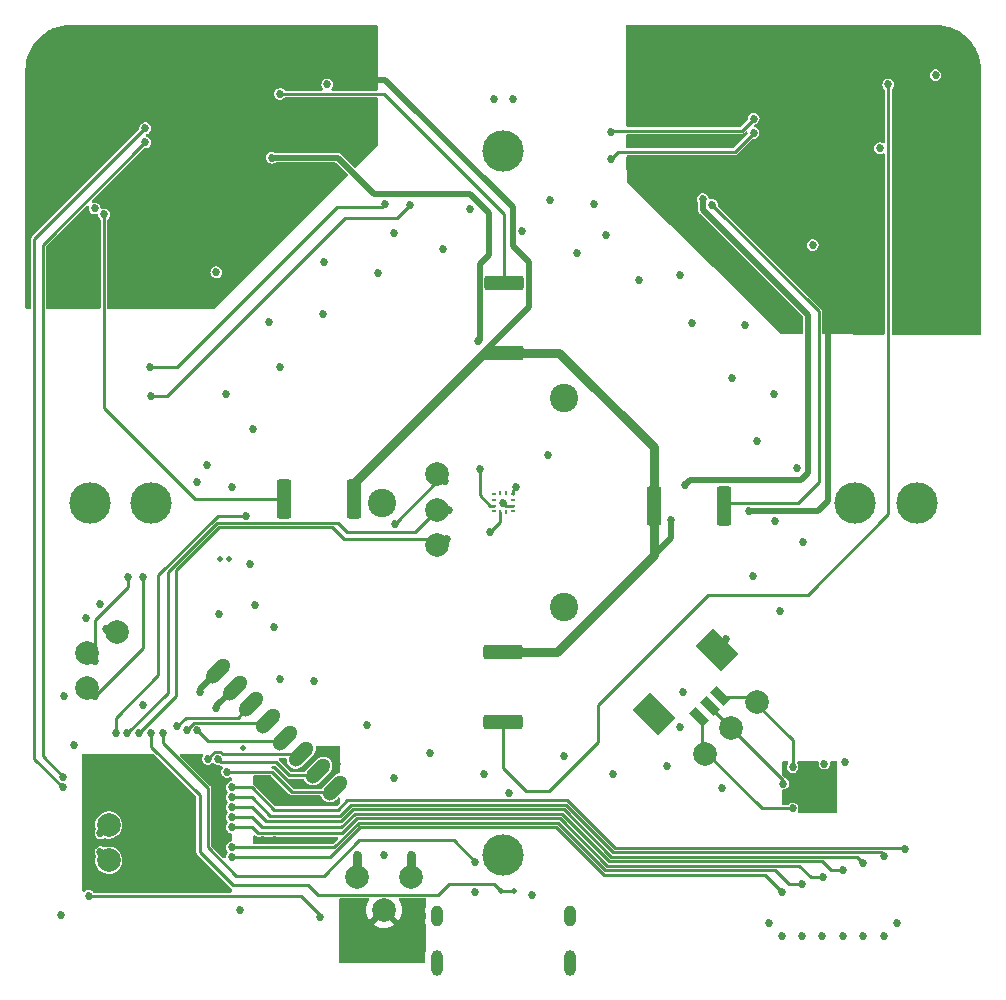
<source format=gbr>
%TF.GenerationSoftware,KiCad,Pcbnew,(6.0.8)*%
%TF.CreationDate,2022-10-28T16:32:11+02:00*%
%TF.ProjectId,view_base,76696577-5f62-4617-9365-2e6b69636164,rev?*%
%TF.SameCoordinates,Original*%
%TF.FileFunction,Copper,L4,Bot*%
%TF.FilePolarity,Positive*%
%FSLAX46Y46*%
G04 Gerber Fmt 4.6, Leading zero omitted, Abs format (unit mm)*
G04 Created by KiCad (PCBNEW (6.0.8)) date 2022-10-28 16:32:11*
%MOMM*%
%LPD*%
G01*
G04 APERTURE LIST*
G04 Aperture macros list*
%AMRoundRect*
0 Rectangle with rounded corners*
0 $1 Rounding radius*
0 $2 $3 $4 $5 $6 $7 $8 $9 X,Y pos of 4 corners*
0 Add a 4 corners polygon primitive as box body*
4,1,4,$2,$3,$4,$5,$6,$7,$8,$9,$2,$3,0*
0 Add four circle primitives for the rounded corners*
1,1,$1+$1,$2,$3*
1,1,$1+$1,$4,$5*
1,1,$1+$1,$6,$7*
1,1,$1+$1,$8,$9*
0 Add four rect primitives between the rounded corners*
20,1,$1+$1,$2,$3,$4,$5,0*
20,1,$1+$1,$4,$5,$6,$7,0*
20,1,$1+$1,$6,$7,$8,$9,0*
20,1,$1+$1,$8,$9,$2,$3,0*%
%AMHorizOval*
0 Thick line with rounded ends*
0 $1 width*
0 $2 $3 position (X,Y) of the first rounded end (center of the circle)*
0 $4 $5 position (X,Y) of the second rounded end (center of the circle)*
0 Add line between two ends*
20,1,$1,$2,$3,$4,$5,0*
0 Add two circle primitives to create the rounded ends*
1,1,$1,$2,$3*
1,1,$1,$4,$5*%
%AMRotRect*
0 Rectangle, with rotation*
0 The origin of the aperture is its center*
0 $1 length*
0 $2 width*
0 $3 Rotation angle, in degrees counterclockwise*
0 Add horizontal line*
21,1,$1,$2,0,0,$3*%
G04 Aperture macros list end*
%TA.AperFunction,SMDPad,CuDef*%
%ADD10R,0.410000X0.280000*%
%TD*%
%TA.AperFunction,SMDPad,CuDef*%
%ADD11R,0.280000X0.410000*%
%TD*%
%TA.AperFunction,SMDPad,CuDef*%
%ADD12C,2.000000*%
%TD*%
%TA.AperFunction,SMDPad,CuDef*%
%ADD13R,1.650000X1.650000*%
%TD*%
%TA.AperFunction,ComponentPad*%
%ADD14C,0.600000*%
%TD*%
%TA.AperFunction,SMDPad,CuDef*%
%ADD15RoundRect,0.250000X0.362500X1.425000X-0.362500X1.425000X-0.362500X-1.425000X0.362500X-1.425000X0*%
%TD*%
%TA.AperFunction,SMDPad,CuDef*%
%ADD16RoundRect,0.250000X1.425000X-0.362500X1.425000X0.362500X-1.425000X0.362500X-1.425000X-0.362500X0*%
%TD*%
%TA.AperFunction,SMDPad,CuDef*%
%ADD17RoundRect,0.250000X-0.362500X-1.425000X0.362500X-1.425000X0.362500X1.425000X-0.362500X1.425000X0*%
%TD*%
%TA.AperFunction,SMDPad,CuDef*%
%ADD18RoundRect,0.250000X-1.425000X0.362500X-1.425000X-0.362500X1.425000X-0.362500X1.425000X0.362500X0*%
%TD*%
%TA.AperFunction,SMDPad,CuDef*%
%ADD19RotRect,2.100000X2.999999X45.000000*%
%TD*%
%TA.AperFunction,SMDPad,CuDef*%
%ADD20RotRect,0.800000X1.600000X45.000000*%
%TD*%
%TA.AperFunction,SMDPad,CuDef*%
%ADD21HorizOval,1.250000X-0.441942X-0.441942X0.441942X0.441942X0*%
%TD*%
%TA.AperFunction,ComponentPad*%
%ADD22C,2.400000*%
%TD*%
%TA.AperFunction,ComponentPad*%
%ADD23C,3.500000*%
%TD*%
%TA.AperFunction,ComponentPad*%
%ADD24O,1.000000X2.200000*%
%TD*%
%TA.AperFunction,ComponentPad*%
%ADD25O,1.000000X1.800000*%
%TD*%
%TA.AperFunction,ViaPad*%
%ADD26C,0.685800*%
%TD*%
%TA.AperFunction,ViaPad*%
%ADD27C,0.500000*%
%TD*%
%TA.AperFunction,Conductor*%
%ADD28C,0.254000*%
%TD*%
%TA.AperFunction,Conductor*%
%ADD29C,0.508000*%
%TD*%
%TA.AperFunction,Conductor*%
%ADD30C,0.762000*%
%TD*%
G04 APERTURE END LIST*
D10*
%TO.P,IC1,1,NC_1*%
%TO.N,unconnected-(IC1-Pad1)*%
X99205000Y-100750000D03*
%TO.P,IC1,2,SDA*%
%TO.N,Net-(IC1-Pad2)*%
X99205000Y-100250000D03*
%TO.P,IC1,3,NC_2*%
%TO.N,unconnected-(IC1-Pad3)*%
X99205000Y-99750000D03*
%TO.P,IC1,4,NC_3*%
%TO.N,unconnected-(IC1-Pad4)*%
X99205000Y-99250000D03*
D11*
%TO.P,IC1,5,INT*%
%TO.N,unconnected-(IC1-Pad5)*%
X99750000Y-99185000D03*
%TO.P,IC1,6,NC_4*%
%TO.N,unconnected-(IC1-Pad6)*%
X100250000Y-99185000D03*
D10*
%TO.P,IC1,7,VDD*%
%TO.N,+3V3*%
X100795000Y-99250000D03*
%TO.P,IC1,8,NC_5*%
%TO.N,unconnected-(IC1-Pad8)*%
X100795000Y-99750000D03*
%TO.P,IC1,9,GND*%
%TO.N,GND*%
X100795000Y-100250000D03*
%TO.P,IC1,10,NC_6*%
%TO.N,unconnected-(IC1-Pad10)*%
X100795000Y-100750000D03*
D11*
%TO.P,IC1,11,NC_7*%
%TO.N,unconnected-(IC1-Pad11)*%
X100250000Y-100815000D03*
%TO.P,IC1,12,SCL*%
%TO.N,Net-(IC1-Pad12)*%
X99750000Y-100815000D03*
%TD*%
D12*
%TO.P,TP4,1,1*%
%TO.N,Net-(TP4-Pad1)*%
X66600000Y-130300000D03*
%TD*%
%TO.P,TP3,1,1*%
%TO.N,Net-(TP3-Pad1)*%
X66600000Y-127300000D03*
%TD*%
D13*
%TO.P,U5,PAD,PAD*%
%TO.N,GND*%
X125950000Y-124175000D03*
D14*
X125450000Y-124675000D03*
X125450000Y-123675000D03*
X126450000Y-123675000D03*
X126450000Y-124675000D03*
%TD*%
D12*
%TO.P,TP14,1,1*%
%TO.N,/MAG_DO*%
X94400000Y-97600000D03*
%TD*%
%TO.P,TP13,1,1*%
%TO.N,/MAG_CLK*%
X94400000Y-100600000D03*
%TD*%
%TO.P,TP12,1,1*%
%TO.N,/MAG_CSN*%
X94400000Y-103600000D03*
%TD*%
%TO.P,TP11,1,1*%
%TO.N,/LED_DATA_5V*%
X67300000Y-111000000D03*
%TD*%
%TO.P,TP10,1,1*%
%TO.N,Net-(J3-Pad1)*%
X117100000Y-121300000D03*
%TD*%
%TO.P,TP9,1,1*%
%TO.N,Net-(J3-Pad2)*%
X119300000Y-119100000D03*
%TD*%
%TO.P,TP8,1,1*%
%TO.N,Net-(J3-Pad3)*%
X121500000Y-116900000D03*
%TD*%
%TO.P,TP7,1,1*%
%TO.N,/SCL*%
X64800000Y-112700000D03*
%TD*%
%TO.P,TP6,1,1*%
%TO.N,/SDA*%
X64800000Y-115700000D03*
%TD*%
%TO.P,TP5,1,1*%
%TO.N,GND*%
X89900000Y-134500000D03*
%TD*%
%TO.P,TP2,1,1*%
%TO.N,+3V3*%
X87600000Y-131700000D03*
%TD*%
%TO.P,TP1,1,1*%
%TO.N,+5V*%
X92200000Y-131700000D03*
%TD*%
D15*
%TO.P,R36,2*%
%TO.N,GND*%
X112737500Y-100300000D03*
%TO.P,R36,1*%
%TO.N,/IN2B+*%
X118662500Y-100300000D03*
%TD*%
D16*
%TO.P,R34,1*%
%TO.N,/IN2A+*%
X100000000Y-118562500D03*
%TO.P,R34,2*%
%TO.N,GND*%
X100000000Y-112637500D03*
%TD*%
D17*
%TO.P,R32,2*%
%TO.N,GND*%
X87362500Y-99700000D03*
%TO.P,R32,1*%
%TO.N,/IN1B+*%
X81437500Y-99700000D03*
%TD*%
D18*
%TO.P,R30,2*%
%TO.N,GND*%
X100100000Y-87362500D03*
%TO.P,R30,1*%
%TO.N,/IN1A+*%
X100100000Y-81437500D03*
%TD*%
D19*
%TO.P,J3,*%
%TO.N,GND*%
X118127387Y-112524151D03*
X112753376Y-117898162D03*
D20*
%TO.P,J3,3,Pin_3*%
%TO.N,Net-(J3-Pad3)*%
X118374874Y-116377882D03*
%TO.P,J3,2,Pin_2*%
%TO.N,Net-(J3-Pad2)*%
X117490990Y-117261766D03*
%TO.P,J3,1,Pin_1*%
%TO.N,Net-(J3-Pad1)*%
X116607107Y-118145649D03*
%TD*%
D21*
%TO.P,J1,8,Pin_8*%
%TO.N,/LCD_RST*%
X85737660Y-124149748D03*
%TO.P,J1,7,Pin_7*%
%TO.N,/LCD_DATA*%
X84323446Y-122735534D03*
%TO.P,J1,6,Pin_6*%
%TO.N,/LCD_SCK*%
X82909233Y-121321321D03*
%TO.P,J1,5,Pin_5*%
%TO.N,/LCD_CS*%
X81495019Y-119907107D03*
%TO.P,J1,4,Pin_4*%
%TO.N,/LCD_CMD*%
X80080806Y-118492894D03*
%TO.P,J1,3,Pin_3*%
%TO.N,/LCD_BL*%
X78666592Y-117078680D03*
%TO.P,J1,2,Pin_2*%
%TO.N,+3V3*%
X77252379Y-115664467D03*
%TO.P,J1,1,Pin_1*%
%TO.N,GND*%
X75838165Y-114250253D03*
%TD*%
D22*
%TO.P,H3,1,1*%
%TO.N,unconnected-(H3-Pad1)*%
X105125427Y-91122500D03*
%TD*%
%TO.P,H1,1,1*%
%TO.N,unconnected-(H1-Pad1)*%
X105125427Y-108877499D03*
%TD*%
%TO.P,H2,1,1*%
%TO.N,unconnected-(H2-Pad1)*%
X89749146Y-100000000D03*
%TD*%
D23*
%TO.P,H4,1,1*%
%TO.N,unconnected-(H4-Pad1)*%
X100000000Y-129800000D03*
%TD*%
%TO.P,H5,1,1*%
%TO.N,unconnected-(H5-Pad1)*%
X70200000Y-100000000D03*
%TD*%
%TO.P,H6,1,1*%
%TO.N,unconnected-(H6-Pad1)*%
X100000000Y-70200000D03*
%TD*%
%TO.P,H7,1,1*%
%TO.N,unconnected-(H7-Pad1)*%
X129800000Y-100000000D03*
%TD*%
D24*
%TO.P,J2,S1,SHIELD*%
%TO.N,GND*%
X94380000Y-139000000D03*
X105620000Y-139000000D03*
D25*
X105620000Y-135000000D03*
X94380000Y-135000000D03*
%TD*%
D23*
%TO.P,H8,1,1*%
%TO.N,unconnected-(H8-Pad1)*%
X135000000Y-100000000D03*
%TD*%
%TO.P,H9,1,1*%
%TO.N,unconnected-(H9-Pad1)*%
X65000000Y-100000000D03*
%TD*%
D26*
%TO.N,GND*%
X85100000Y-121100000D03*
X85900000Y-122100000D03*
X81000000Y-124900000D03*
X79900000Y-123900000D03*
X80700000Y-128600000D03*
X79700000Y-128600000D03*
%TO.N,+5V*%
X113900000Y-122300000D03*
%TO.N,/IN2A+*%
X100000000Y-118562500D03*
%TO.N,GND*%
X114200000Y-101500000D03*
X120800000Y-100700000D03*
%TO.N,/AVDD*%
X115400000Y-98500000D03*
%TO.N,/IN2B+*%
X118662500Y-100000000D03*
%TO.N,/STRAIN2_DO*%
X109100000Y-70900000D03*
%TO.N,/STRAIN2_SCK*%
X109100000Y-68600000D03*
%TO.N,/STRAIN2_DO*%
X92100000Y-74800000D03*
%TO.N,/STRAIN2_SCK*%
X90000000Y-74700000D03*
X70100000Y-88500000D03*
%TO.N,/STRAIN2_DO*%
X70148676Y-90948676D03*
%TO.N,+3V3*%
X126200000Y-78199992D03*
%TO.N,GND*%
X123102088Y-83802085D03*
X121900000Y-82600000D03*
X124099996Y-84500001D03*
X127499997Y-84500000D03*
X139100002Y-83200007D03*
X139100000Y-81500000D03*
X114702087Y-75302083D03*
X119510408Y-80110408D03*
X120712489Y-81312489D03*
X113500000Y-74100000D03*
X115904167Y-76504158D03*
X117106245Y-77706248D03*
X118308324Y-78908331D03*
X112300003Y-64300006D03*
X112300001Y-71100002D03*
X112300000Y-62600000D03*
X112300007Y-65999999D03*
X112299998Y-67700003D03*
X112299995Y-69400002D03*
X120799994Y-60900003D03*
X114000000Y-60900001D03*
X112299996Y-60900001D03*
X122500000Y-60900000D03*
X119100001Y-60900007D03*
X117399996Y-60899999D03*
X115699997Y-60900000D03*
%TO.N,/STRAIN2_DO*%
X121200000Y-68699998D03*
%TO.N,/AVDD*%
X131899998Y-69999997D03*
%TO.N,GND*%
X127499996Y-60899999D03*
X130900000Y-60900006D03*
X137699997Y-61399998D03*
X132599993Y-60900002D03*
X124099995Y-60900000D03*
%TO.N,/AVDD*%
X136600000Y-63799999D03*
%TO.N,GND*%
X138799994Y-62800003D03*
X129199995Y-60899998D03*
X139100000Y-76400000D03*
%TO.N,/IN2B+*%
X117700001Y-74799999D03*
%TO.N,/AVDD*%
X116899999Y-74299997D03*
%TO.N,GND*%
X129200004Y-84500002D03*
X139100001Y-74699999D03*
X139099993Y-64500001D03*
X137700000Y-84500000D03*
X139099995Y-66200002D03*
X139099999Y-72999994D03*
X139099999Y-69600001D03*
X125799999Y-60900000D03*
X134299999Y-60899999D03*
X139099997Y-78099997D03*
X130899997Y-84499999D03*
%TO.N,/IN2A+*%
X132599999Y-64599999D03*
%TO.N,/STRAIN2_SCK*%
X121199999Y-67499999D03*
%TO.N,GND*%
X134300006Y-84499997D03*
X139099993Y-79800001D03*
X135999998Y-60899999D03*
X139099996Y-71300002D03*
X135999999Y-84499999D03*
X139099995Y-67900002D03*
%TO.N,/AVDD*%
X97900000Y-86300000D03*
X85100000Y-64600000D03*
%TO.N,GND*%
X77100000Y-80500000D03*
X79697917Y-77702084D03*
X80893759Y-76506246D03*
X83297917Y-74102084D03*
X82095839Y-75304161D03*
X84493759Y-72906246D03*
X86897917Y-70502084D03*
X85695839Y-71704161D03*
X88100000Y-69299999D03*
X88100000Y-67600003D03*
X88100000Y-64199999D03*
X88100000Y-62500003D03*
X84700000Y-60800000D03*
X86400000Y-60800000D03*
X88099998Y-60800001D03*
X79600000Y-60800000D03*
X81300000Y-60800000D03*
X84700000Y-60800000D03*
X82999998Y-60800001D03*
X76200000Y-60800000D03*
X79600000Y-60800000D03*
X77899998Y-60800001D03*
X71100000Y-60800000D03*
X74500000Y-60800000D03*
X72799998Y-60800001D03*
X69400000Y-60800000D03*
X66000000Y-60800000D03*
X67699998Y-60800001D03*
X64300000Y-60800000D03*
X62600000Y-61100000D03*
X60700000Y-63900000D03*
X61200000Y-62200000D03*
X60700000Y-65600000D03*
X60700000Y-69000000D03*
X60700000Y-67300000D03*
X60700000Y-70700000D03*
X60700000Y-74100000D03*
X60700000Y-72400000D03*
X60700000Y-75800000D03*
X62900000Y-82300000D03*
X64600000Y-82300000D03*
X68000000Y-82300000D03*
X69700000Y-82300000D03*
X71400000Y-82300000D03*
X73100000Y-82300000D03*
X74800000Y-82300000D03*
%TO.N,/IN1A+*%
X100100000Y-81437500D03*
%TO.N,/IN1B+*%
X81437500Y-99700000D03*
X66200000Y-75600000D03*
%TO.N,/IN1A+*%
X81100000Y-65400000D03*
%TO.N,/AVDD*%
X80400000Y-70800000D03*
X65400000Y-75100000D03*
%TO.N,/STRAIN1_DO*%
X62700000Y-123200000D03*
%TO.N,/STRAIN1_SCK*%
X62700000Y-124100000D03*
%TO.N,/STRAIN1_DO*%
X69700000Y-69500000D03*
%TO.N,/STRAIN1_SCK*%
X69700000Y-68300000D03*
%TO.N,+3V3*%
X75700000Y-80500000D03*
%TO.N,GND*%
X77700000Y-134500000D03*
X63700000Y-120500000D03*
D27*
X77947813Y-120784827D03*
D26*
%TO.N,+3V3*%
X99200000Y-65800000D03*
%TO.N,GND*%
X100800000Y-65800000D03*
%TO.N,/SDA*%
X69500000Y-106300000D03*
%TO.N,/SCL*%
X68200000Y-106300000D03*
%TO.N,/LED_DATA_5V*%
X66400000Y-110700000D03*
D27*
%TO.N,/SCL*%
X76800000Y-104800000D03*
%TO.N,/SDA*%
X76000000Y-104800000D03*
D26*
%TO.N,/MAG_DO*%
X90800000Y-101800000D03*
X78200000Y-101100000D03*
%TO.N,+5V*%
X65875000Y-108625000D03*
X118500000Y-124200000D03*
X78950000Y-108700000D03*
X75900000Y-109400000D03*
X74100000Y-98250000D03*
X74950000Y-96850000D03*
X76550000Y-90800000D03*
X80200000Y-84750000D03*
X84850000Y-79600000D03*
X90750000Y-77150000D03*
X97200000Y-75150000D03*
X103950000Y-74350000D03*
X108700000Y-77350000D03*
X115000000Y-80700000D03*
X120500000Y-84950000D03*
X122900000Y-90850000D03*
X124900000Y-97100000D03*
X125400000Y-103300000D03*
X123450000Y-109200000D03*
X115000000Y-119000000D03*
X109300000Y-122950000D03*
X100500000Y-124603600D03*
X90750000Y-123300000D03*
X81100000Y-114900000D03*
%TO.N,GND*%
X107700000Y-74750000D03*
X65900000Y-124449999D03*
X66250000Y-132050000D03*
X68050000Y-132050000D03*
X69850000Y-132050000D03*
X71650000Y-132050000D03*
X75249999Y-132050000D03*
X73450000Y-132050000D03*
X75900000Y-129099999D03*
X75900000Y-127300000D03*
X75900000Y-125499999D03*
X75900000Y-123700000D03*
X74900000Y-122650000D03*
X71100000Y-122650000D03*
X69500000Y-122650000D03*
X67700000Y-122650000D03*
X65900000Y-122650000D03*
X72350000Y-129150000D03*
X70700000Y-129150000D03*
X69050000Y-129150000D03*
X69050000Y-127500000D03*
X70700000Y-127500000D03*
X72350000Y-127500000D03*
X72350000Y-125850000D03*
X70700000Y-125850000D03*
X69050000Y-125850000D03*
X127800000Y-122800000D03*
X127319400Y-125544400D03*
%TO.N,/USB_D-*%
X97600000Y-130400000D03*
D27*
%TO.N,/USB_D+*%
X100900000Y-132900000D03*
X99800000Y-132900000D03*
D26*
%TO.N,GND*%
X89900000Y-129850000D03*
X91500000Y-138100000D03*
X89900000Y-138100000D03*
X88300000Y-138100000D03*
X91500000Y-136800000D03*
X89900000Y-136800000D03*
X88300000Y-136800000D03*
%TO.N,+3V3*%
X127200000Y-122100000D03*
X87600000Y-129800000D03*
%TO.N,+5V*%
X92200000Y-129800000D03*
X102400000Y-133200000D03*
X97600000Y-133000000D03*
%TO.N,/TMC_VL*%
X77000000Y-124950000D03*
%TO.N,/TMC_DIAG*%
X77000000Y-124100000D03*
%TO.N,/TMC_WL*%
X77000000Y-125800000D03*
%TO.N,/TMC_UL*%
X77000000Y-126650000D03*
%TO.N,/TMC_WH*%
X77000000Y-127500000D03*
%TO.N,/TMC_VH*%
X77000000Y-129200000D03*
%TO.N,/TMC_UH*%
X77000000Y-130050000D03*
%TO.N,GND*%
X133300000Y-135600000D03*
X132200000Y-136700000D03*
X130500000Y-136700000D03*
X128800000Y-136700000D03*
X127000000Y-136700000D03*
X125300000Y-136700000D03*
X123600000Y-136700000D03*
X122500000Y-135600000D03*
X128900000Y-122000000D03*
%TO.N,Net-(J3-Pad1)*%
X124500000Y-125900000D03*
%TO.N,Net-(J3-Pad3)*%
X124500000Y-122400000D03*
%TO.N,Net-(J3-Pad2)*%
X123700000Y-123800000D03*
%TO.N,/TMC_UH*%
X123600000Y-132975000D03*
%TO.N,/TMC_WL*%
X130500000Y-130525000D03*
%TO.N,/TMC_DIAG*%
X134050000Y-129325000D03*
%TO.N,/TMC_VL*%
X132275000Y-129925000D03*
%TO.N,/TMC_UL*%
X128775000Y-131125000D03*
%TO.N,/TMC_WH*%
X127075000Y-131725000D03*
%TO.N,/TMC_VH*%
X125300000Y-132325000D03*
%TO.N,+3V3*%
X103800000Y-96000000D03*
%TO.N,GND*%
X93775000Y-121175000D03*
X98400000Y-123000000D03*
X105125000Y-121450000D03*
X112850000Y-118600000D03*
X115225000Y-116000000D03*
X118850000Y-111550000D03*
X121175000Y-106200000D03*
X123000000Y-101600000D03*
X121475000Y-94825000D03*
X119375000Y-89425000D03*
X115975000Y-84775000D03*
X111500000Y-81125000D03*
X106225000Y-78850000D03*
X101600000Y-77000000D03*
X94875000Y-78525000D03*
X89400000Y-80600000D03*
X84725000Y-84050000D03*
X81125000Y-88500000D03*
X78800000Y-93800000D03*
X77000000Y-98700000D03*
X83975000Y-115150000D03*
X88500000Y-118850000D03*
X80625000Y-110550000D03*
X78525000Y-105200000D03*
X64675000Y-109750000D03*
%TO.N,+3V3*%
X69500000Y-117100000D03*
X62800000Y-116400000D03*
%TO.N,/MAG_CSN*%
X95200000Y-103100000D03*
%TO.N,/MAG_CLK*%
X95400000Y-100600000D03*
%TO.N,/MAG_DO*%
X95100000Y-98200000D03*
%TO.N,+3V3*%
X75700000Y-117400000D03*
%TO.N,GND*%
X74300000Y-116000000D03*
%TO.N,/ESP32_EN*%
X84500000Y-135100000D03*
%TO.N,GND*%
X62549999Y-134950001D03*
%TO.N,/SCL*%
X65400000Y-113400000D03*
%TO.N,/SDA*%
X65400000Y-116400000D03*
%TO.N,/USB_D-*%
X71200000Y-119500000D03*
%TO.N,/USB_D+*%
X70200000Y-119500000D03*
%TO.N,/MAG_CSN*%
X69200000Y-119500000D03*
%TO.N,/MAG_CLK*%
X68187697Y-119500000D03*
%TO.N,/MAG_DO*%
X67200000Y-119500000D03*
%TO.N,Net-(IC1-Pad12)*%
X98900000Y-102500000D03*
%TO.N,Net-(IC1-Pad2)*%
X98000000Y-97200000D03*
%TO.N,+3V3*%
X101088059Y-98691400D03*
%TO.N,GND*%
X100000000Y-100000000D03*
%TO.N,/LCD_BL*%
X72400000Y-118900000D03*
%TO.N,/LCD_CMD*%
X73212303Y-119274606D03*
%TO.N,/LCD_CS*%
X74100000Y-119274606D03*
%TO.N,/LCD_SCK*%
X75000000Y-121700000D03*
%TO.N,/LCD_DATA*%
X75812303Y-121700000D03*
%TO.N,/LCD_RST*%
X76624606Y-122800000D03*
%TO.N,/ESP32_EN*%
X64900000Y-133300000D03*
%TO.N,Net-(TP3-Pad1)*%
X65900000Y-128000000D03*
%TO.N,Net-(TP4-Pad1)*%
X65900000Y-129600000D03*
%TD*%
D28*
%TO.N,/TMC_UH*%
X77000000Y-130050000D02*
X85350000Y-130050000D01*
X85350000Y-130050000D02*
X87914000Y-127486000D01*
X87914000Y-127486000D02*
X104486000Y-127486000D01*
X104486000Y-127486000D02*
X108500000Y-131500000D01*
X108500000Y-131500000D02*
X122125000Y-131500000D01*
X122125000Y-131500000D02*
X123600000Y-132975000D01*
%TO.N,/TMC_VH*%
X85661184Y-129200000D02*
X87756184Y-127105000D01*
X77000000Y-129200000D02*
X85661184Y-129200000D01*
X87756184Y-127105000D02*
X104643816Y-127105000D01*
X104643816Y-127105000D02*
X108657816Y-131119000D01*
X108657816Y-131119000D02*
X123019000Y-131119000D01*
X123019000Y-131119000D02*
X124225000Y-132325000D01*
X124225000Y-132325000D02*
X125300000Y-132325000D01*
%TO.N,/TMC_WH*%
X77000000Y-127500000D02*
X78700000Y-127500000D01*
X78700000Y-127500000D02*
X79200000Y-128000000D01*
X79200000Y-128000000D02*
X86322370Y-128000000D01*
X86322370Y-128000000D02*
X87598370Y-126724000D01*
X87598370Y-126724000D02*
X104801632Y-126724000D01*
X104801632Y-126724000D02*
X108815632Y-130738000D01*
X108815632Y-130738000D02*
X125038000Y-130738000D01*
X125038000Y-130738000D02*
X126025000Y-131725000D01*
X126025000Y-131725000D02*
X127075000Y-131725000D01*
%TO.N,/TMC_UL*%
X86283554Y-127500000D02*
X87440554Y-126343000D01*
X104959448Y-126343000D02*
X108973448Y-130357000D01*
X126957000Y-130357000D02*
X127725000Y-131125000D01*
X77000000Y-126650000D02*
X78694145Y-126650000D01*
X108973448Y-130357000D02*
X126957000Y-130357000D01*
X78694145Y-126650000D02*
X79544145Y-127500000D01*
X79544145Y-127500000D02*
X86283554Y-127500000D01*
X87440554Y-126343000D02*
X104959448Y-126343000D01*
X127725000Y-131125000D02*
X128775000Y-131125000D01*
%TO.N,/TMC_WL*%
X87282740Y-125962000D02*
X105117264Y-125962000D01*
X78694145Y-125800000D02*
X79894145Y-127000000D01*
X86244740Y-127000000D02*
X87282740Y-125962000D01*
X77000000Y-125800000D02*
X78694145Y-125800000D01*
X129951000Y-129976000D02*
X130500000Y-130525000D01*
X79894145Y-127000000D02*
X86244740Y-127000000D01*
X105117264Y-125962000D02*
X109131264Y-129976000D01*
X109131264Y-129976000D02*
X129951000Y-129976000D01*
%TO.N,/TMC_VL*%
X86205925Y-126500000D02*
X87124925Y-125581000D01*
X131945000Y-129595000D02*
X132275000Y-129925000D01*
X77000000Y-124950000D02*
X78694145Y-124950000D01*
X78694145Y-124950000D02*
X80244145Y-126500000D01*
X80244145Y-126500000D02*
X86205925Y-126500000D01*
X87124925Y-125581000D02*
X105275080Y-125581000D01*
X105275080Y-125581000D02*
X109289080Y-129595000D01*
X109289080Y-129595000D02*
X131945000Y-129595000D01*
%TO.N,/TMC_DIAG*%
X77000000Y-124100000D02*
X78694145Y-124100000D01*
X86000000Y-126000000D02*
X86800000Y-125200000D01*
X78694145Y-124100000D02*
X80594145Y-126000000D01*
X109446896Y-129214000D02*
X133939000Y-129214000D01*
X80594145Y-126000000D02*
X86000000Y-126000000D01*
X86800000Y-125200000D02*
X105432896Y-125200000D01*
X105432896Y-125200000D02*
X109446896Y-129214000D01*
X133939000Y-129214000D02*
X134050000Y-129325000D01*
%TO.N,GND*%
X118850000Y-111550000D02*
X118850000Y-111801538D01*
X118850000Y-111801538D02*
X118127387Y-112524151D01*
%TO.N,/IN2A+*%
X132599999Y-64599999D02*
X132599999Y-101000001D01*
X132599999Y-101000001D02*
X125800000Y-107800000D01*
X100000000Y-122500000D02*
X100000000Y-118562500D01*
X125800000Y-107800000D02*
X117336999Y-107800000D01*
X103900000Y-124400000D02*
X101900000Y-124400000D01*
X117336999Y-107800000D02*
X108000000Y-117136999D01*
X108000000Y-117136999D02*
X108000000Y-120300000D01*
X108000000Y-120300000D02*
X103900000Y-124400000D01*
X101900000Y-124400000D02*
X100000000Y-122500000D01*
D29*
%TO.N,GND*%
X114200000Y-101500000D02*
X114200000Y-103000000D01*
X114200000Y-103000000D02*
X112737500Y-104462500D01*
X126682844Y-100700000D02*
X120800000Y-100700000D01*
X127499997Y-99882847D02*
X126682844Y-100700000D01*
X127499997Y-84500000D02*
X127499997Y-99882847D01*
%TO.N,/AVDD*%
X115800000Y-98100000D02*
X125196000Y-98100000D01*
X125196000Y-98100000D02*
X125800000Y-97496000D01*
X115400000Y-98500000D02*
X115800000Y-98100000D01*
X125800000Y-97496000D02*
X125800000Y-84100000D01*
X125800000Y-84100000D02*
X116899999Y-75199999D01*
X116899999Y-75199999D02*
X116899999Y-74299997D01*
D28*
%TO.N,/IN2B+*%
X117700001Y-74799999D02*
X126700000Y-83799998D01*
X126700000Y-83799998D02*
X126700000Y-98300000D01*
X126700000Y-98300000D02*
X125000000Y-100000000D01*
X125000000Y-100000000D02*
X118662500Y-100000000D01*
%TO.N,/STRAIN2_DO*%
X70148676Y-90948676D02*
X71551324Y-90948676D01*
X71551324Y-90948676D02*
X86600000Y-75900000D01*
X86600000Y-75900000D02*
X91000000Y-75900000D01*
X91000000Y-75900000D02*
X92100000Y-74800000D01*
%TO.N,/STRAIN2_SCK*%
X70100000Y-88500000D02*
X72400000Y-88500000D01*
X72400000Y-88500000D02*
X85900000Y-75000000D01*
X85900000Y-75000000D02*
X89700000Y-75000000D01*
X89700000Y-75000000D02*
X90000000Y-74700000D01*
X109100000Y-68600000D02*
X109200000Y-68500000D01*
X109200000Y-68500000D02*
X120199998Y-68500000D01*
X120199998Y-68500000D02*
X121199999Y-67499999D01*
%TO.N,/STRAIN2_DO*%
X109700000Y-70300000D02*
X119599998Y-70300000D01*
X109100000Y-70900000D02*
X109700000Y-70300000D01*
X119599998Y-70300000D02*
X121200000Y-68699998D01*
D29*
%TO.N,/AVDD*%
X97900000Y-86300000D02*
X98000000Y-86200000D01*
X89100000Y-73900000D02*
X86000000Y-70800000D01*
X98000000Y-86200000D02*
X98000000Y-79800000D01*
X98000000Y-79800000D02*
X98800000Y-79000000D01*
X98800000Y-79000000D02*
X98800000Y-75500000D01*
X86000000Y-70800000D02*
X80400000Y-70800000D01*
X98800000Y-75500000D02*
X97200000Y-73900000D01*
X97200000Y-73900000D02*
X89100000Y-73900000D01*
%TO.N,GND*%
X88100000Y-64199999D02*
X89999999Y-64199999D01*
X89999999Y-64199999D02*
X100800000Y-75000000D01*
X100800000Y-78300000D02*
X102156000Y-79656000D01*
X100800000Y-75000000D02*
X100800000Y-78300000D01*
X102156000Y-79656000D02*
X102156000Y-83444000D01*
X102156000Y-83444000D02*
X98337500Y-87262500D01*
X98337500Y-87262500D02*
X98337500Y-87362500D01*
D28*
%TO.N,/IN1A+*%
X81100000Y-65400000D02*
X89900000Y-65400000D01*
X89900000Y-65400000D02*
X100100000Y-75600000D01*
X100100000Y-75600000D02*
X100100000Y-81437500D01*
%TO.N,/IN1B+*%
X66200000Y-75600000D02*
X66200000Y-92000000D01*
X66200000Y-92000000D02*
X73900000Y-99700000D01*
X73900000Y-99700000D02*
X81437500Y-99700000D01*
%TO.N,/STRAIN1_DO*%
X62700000Y-123200000D02*
X61000000Y-121500000D01*
X61000000Y-121500000D02*
X61000000Y-78200000D01*
X61000000Y-78200000D02*
X69700000Y-69500000D01*
%TO.N,/STRAIN1_SCK*%
X62700000Y-124100000D02*
X60300000Y-121700000D01*
X60300000Y-121700000D02*
X60300000Y-77700000D01*
X60300000Y-77700000D02*
X69700000Y-68300000D01*
%TO.N,/SDA*%
X65400000Y-116400000D02*
X69500000Y-112300000D01*
X69500000Y-112300000D02*
X69500000Y-106300000D01*
%TO.N,/SCL*%
X68200000Y-106300000D02*
X68200000Y-107144145D01*
X68200000Y-107144145D02*
X65400000Y-109944145D01*
X65400000Y-109944145D02*
X65400000Y-113400000D01*
D30*
%TO.N,GND*%
X100100000Y-87362500D02*
X104762500Y-87362500D01*
X104762500Y-87362500D02*
X112737500Y-95337500D01*
X112737500Y-95337500D02*
X112737500Y-100000000D01*
X100000000Y-112637500D02*
X104562500Y-112637500D01*
X104562500Y-112637500D02*
X112737500Y-104462500D01*
X112737500Y-104462500D02*
X112737500Y-100000000D01*
X100100000Y-87362500D02*
X98337500Y-87362500D01*
X98337500Y-87362500D02*
X87362500Y-98337500D01*
X87362500Y-98337500D02*
X87362500Y-99700000D01*
D28*
%TO.N,/MAG_DO*%
X67200000Y-118200000D02*
X67200000Y-119500000D01*
X78200000Y-101100000D02*
X75822370Y-101100000D01*
X75822370Y-101100000D02*
X70800000Y-106122370D01*
X70800000Y-106122370D02*
X70800000Y-114600000D01*
X70800000Y-114600000D02*
X67200000Y-118200000D01*
%TO.N,+3V3*%
X101088059Y-98691400D02*
X100795000Y-98984459D01*
X100795000Y-98984459D02*
X100795000Y-99250000D01*
%TO.N,/MAG_DO*%
X90800000Y-101800000D02*
X94400000Y-98200000D01*
X94400000Y-98200000D02*
X95100000Y-98200000D01*
%TO.N,/MAG_CLK*%
X86019000Y-101719000D02*
X86800000Y-102500000D01*
%TO.N,/MAG_CSN*%
X85500000Y-102100000D02*
X86500000Y-103100000D01*
%TO.N,/USB_D-*%
X87800000Y-128600000D02*
X84800000Y-131600000D01*
X77400000Y-131600000D02*
X75000000Y-129200000D01*
%TO.N,/USB_D+*%
X74300000Y-129600000D02*
X77100000Y-132400000D01*
X83500000Y-132400000D02*
X84300000Y-133200000D01*
X94500000Y-133200000D02*
X95400000Y-132300000D01*
%TO.N,Net-(J3-Pad3)*%
X120900000Y-116500000D02*
X121500000Y-117100000D01*
%TO.N,Net-(J3-Pad1)*%
X116800000Y-120800000D02*
X117100000Y-121100000D01*
%TO.N,/LCD_RST*%
X80400000Y-122800000D02*
X82100000Y-124500000D01*
%TO.N,/LCD_DATA*%
X80800000Y-122000000D02*
X81900000Y-123100000D01*
%TO.N,/LCD_SCK*%
X76059548Y-121103100D02*
X76277769Y-121321321D01*
%TO.N,/MAG_CLK*%
X71600000Y-105861185D02*
X75742185Y-101719000D01*
%TO.N,/MAG_CSN*%
X72300000Y-105700000D02*
X75900000Y-102100000D01*
%TO.N,/MAG_CLK*%
X68187697Y-119500000D02*
X71600000Y-116087697D01*
X71600000Y-116087697D02*
X71600000Y-105861185D01*
X75742185Y-101719000D02*
X86019000Y-101719000D01*
X86800000Y-102500000D02*
X92500000Y-102500000D01*
X92500000Y-102500000D02*
X94400000Y-100600000D01*
%TO.N,/MAG_CSN*%
X69200000Y-119500000D02*
X72300000Y-116400000D01*
X72300000Y-116400000D02*
X72300000Y-105700000D01*
X75900000Y-102100000D02*
X85500000Y-102100000D01*
X86500000Y-103100000D02*
X95200000Y-103100000D01*
%TO.N,/MAG_CLK*%
X94400000Y-100600000D02*
X95400000Y-100600000D01*
%TO.N,/USB_D-*%
X97600000Y-130400000D02*
X95800000Y-128600000D01*
X95800000Y-128600000D02*
X87800000Y-128600000D01*
X71200000Y-120400000D02*
X71200000Y-119500000D01*
X84800000Y-131600000D02*
X77400000Y-131600000D01*
X75000000Y-129200000D02*
X75000000Y-124200000D01*
X75000000Y-124200000D02*
X71200000Y-120400000D01*
%TO.N,/USB_D+*%
X70200000Y-119500000D02*
X70200000Y-120700000D01*
X70200000Y-120700000D02*
X74300000Y-124800000D01*
X74300000Y-124800000D02*
X74300000Y-129600000D01*
X77100000Y-132400000D02*
X83500000Y-132400000D01*
X84300000Y-133200000D02*
X94500000Y-133200000D01*
X95400000Y-132300000D02*
X99200000Y-132300000D01*
X99200000Y-132300000D02*
X99800000Y-132900000D01*
%TO.N,/ESP32_EN*%
X64900000Y-133300000D02*
X82900000Y-133300000D01*
X84500000Y-134900000D02*
X84500000Y-135100000D01*
X82900000Y-133300000D02*
X84500000Y-134900000D01*
%TO.N,/USB_D+*%
X100900000Y-132900000D02*
X99800000Y-132900000D01*
D30*
%TO.N,+5V*%
X92200000Y-129800000D02*
X92200000Y-131700000D01*
%TO.N,+3V3*%
X87600000Y-129800000D02*
X87600000Y-131700000D01*
D28*
%TO.N,Net-(J3-Pad1)*%
X117100000Y-121100000D02*
X121900000Y-125900000D01*
X121900000Y-125900000D02*
X124500000Y-125900000D01*
%TO.N,Net-(J3-Pad3)*%
X121500000Y-117100000D02*
X124500000Y-120100000D01*
X124500000Y-120100000D02*
X124500000Y-122400000D01*
X118374874Y-116377882D02*
X118496992Y-116500000D01*
X118496992Y-116500000D02*
X120900000Y-116500000D01*
%TO.N,Net-(J3-Pad1)*%
X116607107Y-118145649D02*
X116800000Y-118338542D01*
X116800000Y-118338542D02*
X116800000Y-120800000D01*
%TO.N,Net-(J3-Pad2)*%
X119200000Y-119000000D02*
X123700000Y-123500000D01*
X123700000Y-123500000D02*
X123700000Y-123800000D01*
X117490990Y-117261766D02*
X117490990Y-117290990D01*
X117490990Y-117290990D02*
X119200000Y-119000000D01*
%TO.N,/LCD_RST*%
X76624606Y-122800000D02*
X80400000Y-122800000D01*
X82100000Y-124500000D02*
X85387408Y-124500000D01*
X85387408Y-124500000D02*
X85737660Y-124149748D01*
%TO.N,/LCD_DATA*%
X75812303Y-121700000D02*
X76112303Y-122000000D01*
X76112303Y-122000000D02*
X80800000Y-122000000D01*
X83958980Y-123100000D02*
X84323446Y-122735534D01*
X81900000Y-123100000D02*
X83958980Y-123100000D01*
%TO.N,/LCD_CS*%
X74100000Y-119274606D02*
X75025394Y-120200000D01*
X75025394Y-120200000D02*
X81202126Y-120200000D01*
X81202126Y-120200000D02*
X81495019Y-119907107D01*
%TO.N,/LCD_SCK*%
X75000000Y-121700000D02*
X75000000Y-121668158D01*
X75000000Y-121668158D02*
X75565058Y-121103100D01*
X75565058Y-121103100D02*
X76059548Y-121103100D01*
X76277769Y-121321321D02*
X82909233Y-121321321D01*
%TO.N,/LCD_BL*%
X72400000Y-118900000D02*
X73100000Y-118200000D01*
X73100000Y-118200000D02*
X77545272Y-118200000D01*
X77545272Y-118200000D02*
X78666592Y-117078680D01*
%TO.N,/LCD_CMD*%
X73212303Y-119274606D02*
X73809203Y-118677706D01*
X73809203Y-118677706D02*
X79895994Y-118677706D01*
X79895994Y-118677706D02*
X80080806Y-118492894D01*
D29*
%TO.N,+3V3*%
X75700000Y-117400000D02*
X75700000Y-117216846D01*
X75700000Y-117216846D02*
X77252379Y-115664467D01*
%TO.N,GND*%
X74300000Y-116000000D02*
X74300000Y-115788418D01*
X74300000Y-115788418D02*
X75838165Y-114250253D01*
D28*
%TO.N,Net-(IC1-Pad12)*%
X98900000Y-102500000D02*
X99750000Y-101650000D01*
X99750000Y-101650000D02*
X99750000Y-100815000D01*
%TO.N,Net-(IC1-Pad2)*%
X99205000Y-100250000D02*
X98852000Y-100250000D01*
X98852000Y-100250000D02*
X98000000Y-99398000D01*
X98000000Y-99398000D02*
X98000000Y-97200000D01*
%TO.N,GND*%
X100000000Y-100000000D02*
X100250000Y-100250000D01*
X100250000Y-100250000D02*
X100795000Y-100250000D01*
%TD*%
%TA.AperFunction,Conductor*%
%TO.N,GND*%
G36*
X88601097Y-133497502D02*
G01*
X88647590Y-133551158D01*
X88657694Y-133621432D01*
X88640408Y-133669335D01*
X88554795Y-133809042D01*
X88550313Y-133817837D01*
X88463266Y-134027988D01*
X88460217Y-134037373D01*
X88407115Y-134258554D01*
X88405572Y-134268301D01*
X88387725Y-134495070D01*
X88387725Y-134504930D01*
X88405572Y-134731699D01*
X88407115Y-134741446D01*
X88460217Y-134962627D01*
X88463266Y-134972012D01*
X88550313Y-135182163D01*
X88554795Y-135190958D01*
X88657432Y-135358445D01*
X88667890Y-135367907D01*
X88676666Y-135364124D01*
X89810905Y-134229885D01*
X89873217Y-134195859D01*
X89944032Y-134200924D01*
X89989095Y-134229885D01*
X91120290Y-135361080D01*
X91132670Y-135367840D01*
X91140320Y-135362113D01*
X91245205Y-135190958D01*
X91249687Y-135182163D01*
X91336734Y-134972012D01*
X91339783Y-134962627D01*
X91392885Y-134741446D01*
X91394428Y-134731699D01*
X91412275Y-134504930D01*
X91412275Y-134495070D01*
X91394428Y-134268301D01*
X91392885Y-134258554D01*
X91339783Y-134037373D01*
X91336734Y-134027988D01*
X91249687Y-133817837D01*
X91245205Y-133809042D01*
X91159592Y-133669335D01*
X91141053Y-133600802D01*
X91162509Y-133533125D01*
X91217148Y-133487792D01*
X91267024Y-133477500D01*
X93200000Y-133477500D01*
X93200000Y-138700000D01*
X86600000Y-138700000D01*
X86800000Y-138500000D01*
X86600000Y-138500000D01*
X86600000Y-135732670D01*
X89032160Y-135732670D01*
X89037887Y-135740320D01*
X89209042Y-135845205D01*
X89217837Y-135849687D01*
X89427988Y-135936734D01*
X89437373Y-135939783D01*
X89658554Y-135992885D01*
X89668301Y-135994428D01*
X89895070Y-136012275D01*
X89904930Y-136012275D01*
X90131699Y-135994428D01*
X90141446Y-135992885D01*
X90362627Y-135939783D01*
X90372012Y-135936734D01*
X90582163Y-135849687D01*
X90590958Y-135845205D01*
X90758445Y-135742568D01*
X90767907Y-135732110D01*
X90764124Y-135723334D01*
X89912812Y-134872022D01*
X89898868Y-134864408D01*
X89897035Y-134864539D01*
X89890420Y-134868790D01*
X89038920Y-135720290D01*
X89032160Y-135732670D01*
X86600000Y-135732670D01*
X86600000Y-133477500D01*
X88532976Y-133477500D01*
X88601097Y-133497502D01*
G37*
%TD.AperFunction*%
%TD*%
%TA.AperFunction,Conductor*%
%TO.N,GND*%
G36*
X124071993Y-121920002D02*
G01*
X124118486Y-121973658D01*
X124128590Y-122043932D01*
X124098315Y-122109406D01*
X124083372Y-122126326D01*
X124079558Y-122134449D01*
X124079557Y-122134451D01*
X124050512Y-122196316D01*
X124023307Y-122254260D01*
X124021927Y-122263124D01*
X124021926Y-122263127D01*
X124003925Y-122378743D01*
X124001563Y-122393910D01*
X124002727Y-122402812D01*
X124002727Y-122402815D01*
X124013282Y-122483526D01*
X124019889Y-122534050D01*
X124076810Y-122663413D01*
X124167751Y-122771600D01*
X124175222Y-122776573D01*
X124175223Y-122776574D01*
X124277928Y-122844941D01*
X124277931Y-122844942D01*
X124285401Y-122849915D01*
X124293965Y-122852591D01*
X124293968Y-122852592D01*
X124352852Y-122870989D01*
X124420303Y-122892062D01*
X124561612Y-122894652D01*
X124618319Y-122879192D01*
X124689309Y-122859838D01*
X124689311Y-122859837D01*
X124697968Y-122857477D01*
X124818409Y-122783526D01*
X124829204Y-122771600D01*
X124907226Y-122685403D01*
X124907227Y-122685402D01*
X124913254Y-122678743D01*
X124917353Y-122670284D01*
X124970963Y-122559632D01*
X124970963Y-122559631D01*
X124974877Y-122551553D01*
X124998325Y-122412179D01*
X124998474Y-122400000D01*
X124978438Y-122260095D01*
X124970530Y-122242701D01*
X124923657Y-122139611D01*
X124919941Y-122131437D01*
X124899960Y-122108248D01*
X124870646Y-122043586D01*
X124880945Y-121973340D01*
X124927587Y-121919813D01*
X124995413Y-121900000D01*
X126584619Y-121900000D01*
X126652740Y-121920002D01*
X126699233Y-121973658D01*
X126709119Y-122045384D01*
X126701563Y-122093910D01*
X126702727Y-122102812D01*
X126702727Y-122102815D01*
X126707539Y-122139611D01*
X126719889Y-122234050D01*
X126776810Y-122363413D01*
X126867751Y-122471600D01*
X126875222Y-122476573D01*
X126875223Y-122476574D01*
X126977928Y-122544941D01*
X126977931Y-122544942D01*
X126985401Y-122549915D01*
X126993965Y-122552591D01*
X126993968Y-122552592D01*
X127052852Y-122570988D01*
X127120303Y-122592062D01*
X127261612Y-122594652D01*
X127318319Y-122579192D01*
X127389309Y-122559838D01*
X127389311Y-122559837D01*
X127397968Y-122557477D01*
X127518409Y-122483526D01*
X127529204Y-122471600D01*
X127607226Y-122385403D01*
X127607227Y-122385402D01*
X127613254Y-122378743D01*
X127617353Y-122370284D01*
X127670963Y-122259632D01*
X127670963Y-122259631D01*
X127674877Y-122251553D01*
X127698325Y-122112179D01*
X127698474Y-122100000D01*
X127690434Y-122043861D01*
X127700576Y-121973595D01*
X127747098Y-121919965D01*
X127815161Y-121900000D01*
X128174000Y-121900000D01*
X128242121Y-121920002D01*
X128288614Y-121973658D01*
X128300000Y-122026000D01*
X128300000Y-126174000D01*
X128279998Y-126242121D01*
X128226342Y-126288614D01*
X128174000Y-126300000D01*
X125055561Y-126300000D01*
X124987440Y-126279998D01*
X124940947Y-126226342D01*
X124930843Y-126156068D01*
X124942169Y-126119062D01*
X124970963Y-126059632D01*
X124970963Y-126059631D01*
X124974877Y-126051553D01*
X124998325Y-125912179D01*
X124998474Y-125900000D01*
X124990379Y-125843473D01*
X124979711Y-125768981D01*
X124979710Y-125768978D01*
X124978438Y-125760095D01*
X124919941Y-125631437D01*
X124827684Y-125524368D01*
X124709086Y-125447497D01*
X124692411Y-125442510D01*
X124582280Y-125409573D01*
X124582278Y-125409573D01*
X124573679Y-125407001D01*
X124564704Y-125406946D01*
X124564703Y-125406946D01*
X124503989Y-125406575D01*
X124432349Y-125406138D01*
X124296458Y-125444976D01*
X124176929Y-125520393D01*
X124170987Y-125527121D01*
X124124367Y-125579908D01*
X124064281Y-125617726D01*
X124029926Y-125622500D01*
X123726000Y-125622500D01*
X123657879Y-125602498D01*
X123611386Y-125548842D01*
X123600000Y-125496500D01*
X123600000Y-124420021D01*
X123620002Y-124351900D01*
X123673658Y-124305407D01*
X123728308Y-124294042D01*
X123752634Y-124294488D01*
X123752638Y-124294488D01*
X123761612Y-124294652D01*
X123818319Y-124279192D01*
X123889309Y-124259838D01*
X123889311Y-124259837D01*
X123897968Y-124257477D01*
X124018409Y-124183526D01*
X124113254Y-124078743D01*
X124120682Y-124063413D01*
X124170963Y-123959632D01*
X124170963Y-123959631D01*
X124174877Y-123951553D01*
X124198325Y-123812179D01*
X124198474Y-123800000D01*
X124178438Y-123660095D01*
X124119941Y-123531437D01*
X124027684Y-123424368D01*
X123977504Y-123391843D01*
X123938401Y-123351612D01*
X123938101Y-123351118D01*
X123934593Y-123342954D01*
X123930892Y-123338447D01*
X123928703Y-123336258D01*
X123926644Y-123333987D01*
X123926922Y-123333735D01*
X123923075Y-123328870D01*
X123923053Y-123328890D01*
X123915238Y-123320272D01*
X123909134Y-123310369D01*
X123889538Y-123295467D01*
X123876717Y-123284272D01*
X123636905Y-123044460D01*
X123602879Y-122982148D01*
X123600000Y-122955365D01*
X123600000Y-122026000D01*
X123620002Y-121957879D01*
X123673658Y-121911386D01*
X123726000Y-121900000D01*
X124003872Y-121900000D01*
X124071993Y-121920002D01*
G37*
%TD.AperFunction*%
%TD*%
%TA.AperFunction,Conductor*%
%TO.N,GND*%
G36*
X70373486Y-121270002D02*
G01*
X70394460Y-121286905D01*
X73985595Y-124878039D01*
X74019621Y-124940351D01*
X74022500Y-124967134D01*
X74022500Y-129552049D01*
X74022357Y-129553998D01*
X74020722Y-129558759D01*
X74022042Y-129593910D01*
X74022411Y-129603752D01*
X74022500Y-129608479D01*
X74022500Y-129625810D01*
X74023335Y-129630294D01*
X74023507Y-129632948D01*
X74024600Y-129662064D01*
X74029192Y-129672752D01*
X74030804Y-129679906D01*
X74031849Y-129683346D01*
X74034491Y-129690192D01*
X74036621Y-129701630D01*
X74042727Y-129711535D01*
X74048192Y-129720401D01*
X74056699Y-129736777D01*
X74065407Y-129757046D01*
X74069108Y-129761553D01*
X74071290Y-129763735D01*
X74073356Y-129766013D01*
X74073078Y-129766265D01*
X74076925Y-129771130D01*
X74076947Y-129771110D01*
X74084762Y-129779728D01*
X74090866Y-129789631D01*
X74110462Y-129804533D01*
X74123283Y-129815728D01*
X76869868Y-132562313D01*
X76871149Y-132563797D01*
X76873359Y-132568318D01*
X76881857Y-132576201D01*
X76906370Y-132598940D01*
X76909775Y-132602220D01*
X76922028Y-132614473D01*
X76925789Y-132617053D01*
X76927790Y-132618810D01*
X76949149Y-132638623D01*
X76948505Y-132639318D01*
X76988221Y-132684469D01*
X77000000Y-132737663D01*
X77000000Y-132896500D01*
X76979998Y-132964621D01*
X76926342Y-133011114D01*
X76874000Y-133022500D01*
X65369994Y-133022500D01*
X65301873Y-133002498D01*
X65274541Y-132978748D01*
X65233543Y-132931168D01*
X65227684Y-132924368D01*
X65109086Y-132847497D01*
X65092411Y-132842510D01*
X64982280Y-132809573D01*
X64982278Y-132809573D01*
X64973679Y-132807001D01*
X64964704Y-132806946D01*
X64964703Y-132806946D01*
X64903989Y-132806575D01*
X64832349Y-132806138D01*
X64696458Y-132844976D01*
X64576929Y-132920393D01*
X64570986Y-132927122D01*
X64570985Y-132927123D01*
X64570440Y-132927740D01*
X64569748Y-132928175D01*
X64564151Y-132932939D01*
X64563463Y-132932131D01*
X64510353Y-132965557D01*
X64439360Y-132964886D01*
X64379999Y-132925939D01*
X64351118Y-132861082D01*
X64350000Y-132844331D01*
X64350000Y-129593910D01*
X65401563Y-129593910D01*
X65402727Y-129602812D01*
X65402727Y-129602815D01*
X65418104Y-129720401D01*
X65419889Y-129734050D01*
X65476810Y-129863413D01*
X65482585Y-129870283D01*
X65482875Y-129870749D01*
X65501891Y-129939151D01*
X65496237Y-129974695D01*
X65471533Y-130054256D01*
X65469820Y-130059773D01*
X65444967Y-130269754D01*
X65458796Y-130480749D01*
X65460217Y-130486345D01*
X65460218Y-130486350D01*
X65482784Y-130575200D01*
X65510845Y-130685690D01*
X65599369Y-130877714D01*
X65721405Y-131050391D01*
X65872865Y-131197937D01*
X65877661Y-131201142D01*
X65877664Y-131201144D01*
X66020936Y-131296875D01*
X66048677Y-131315411D01*
X66053985Y-131317692D01*
X66053986Y-131317692D01*
X66237650Y-131396600D01*
X66237653Y-131396601D01*
X66242953Y-131398878D01*
X66248582Y-131400152D01*
X66248583Y-131400152D01*
X66443550Y-131444269D01*
X66443553Y-131444269D01*
X66449186Y-131445544D01*
X66454957Y-131445771D01*
X66454959Y-131445771D01*
X66516989Y-131448208D01*
X66660470Y-131453846D01*
X66666179Y-131453018D01*
X66666183Y-131453018D01*
X66864015Y-131424333D01*
X66864019Y-131424332D01*
X66869730Y-131423504D01*
X66948987Y-131396600D01*
X67064483Y-131357395D01*
X67064488Y-131357393D01*
X67069955Y-131355537D01*
X67074998Y-131352713D01*
X67249395Y-131255046D01*
X67249399Y-131255043D01*
X67254442Y-131252219D01*
X67417012Y-131117012D01*
X67552219Y-130954442D01*
X67555043Y-130949399D01*
X67555046Y-130949395D01*
X67652713Y-130774998D01*
X67652714Y-130774996D01*
X67655537Y-130769955D01*
X67657393Y-130764488D01*
X67657395Y-130764483D01*
X67721647Y-130575200D01*
X67723504Y-130569730D01*
X67727141Y-130544652D01*
X67753314Y-130364140D01*
X67753314Y-130364138D01*
X67753846Y-130360470D01*
X67755429Y-130300000D01*
X67736081Y-130089440D01*
X67678686Y-129885931D01*
X67667582Y-129863413D01*
X67587719Y-129701469D01*
X67585165Y-129696290D01*
X67458651Y-129526867D01*
X67303381Y-129383337D01*
X67268856Y-129361553D01*
X67129434Y-129273584D01*
X67129433Y-129273584D01*
X67124554Y-129270505D01*
X66928160Y-129192152D01*
X66922503Y-129191027D01*
X66922497Y-129191025D01*
X66726442Y-129152028D01*
X66726440Y-129152028D01*
X66720775Y-129150901D01*
X66715000Y-129150825D01*
X66714996Y-129150825D01*
X66608976Y-129149437D01*
X66509346Y-129148133D01*
X66503649Y-129149112D01*
X66503648Y-129149112D01*
X66306650Y-129182962D01*
X66306649Y-129182962D01*
X66300953Y-129183941D01*
X66278697Y-129192152D01*
X66273709Y-129193992D01*
X66202876Y-129198804D01*
X66161565Y-129181512D01*
X66116616Y-129152377D01*
X66116612Y-129152375D01*
X66109086Y-129147497D01*
X66100491Y-129144927D01*
X66100490Y-129144926D01*
X65982280Y-129109573D01*
X65982278Y-129109573D01*
X65973679Y-129107001D01*
X65964704Y-129106946D01*
X65964703Y-129106946D01*
X65903989Y-129106575D01*
X65832349Y-129106138D01*
X65696458Y-129144976D01*
X65688871Y-129149763D01*
X65688869Y-129149764D01*
X65674613Y-129158759D01*
X65576929Y-129220393D01*
X65483372Y-129326326D01*
X65479558Y-129334449D01*
X65479557Y-129334451D01*
X65468949Y-129357046D01*
X65423307Y-129454260D01*
X65421927Y-129463124D01*
X65421926Y-129463127D01*
X65403180Y-129583526D01*
X65401563Y-129593910D01*
X64350000Y-129593910D01*
X64350000Y-127993910D01*
X65401563Y-127993910D01*
X65402727Y-128002812D01*
X65402727Y-128002815D01*
X65418725Y-128125151D01*
X65419889Y-128134050D01*
X65476810Y-128263413D01*
X65482586Y-128270284D01*
X65554249Y-128355537D01*
X65567751Y-128371600D01*
X65575222Y-128376573D01*
X65575223Y-128376574D01*
X65677928Y-128444941D01*
X65677931Y-128444942D01*
X65685401Y-128449915D01*
X65693965Y-128452591D01*
X65693968Y-128452592D01*
X65752852Y-128470989D01*
X65820303Y-128492062D01*
X65961612Y-128494652D01*
X66018319Y-128479192D01*
X66089309Y-128459838D01*
X66089311Y-128459837D01*
X66097968Y-128457477D01*
X66105615Y-128452782D01*
X66105619Y-128452780D01*
X66163039Y-128417524D01*
X66231556Y-128398926D01*
X66256775Y-128402006D01*
X66443549Y-128444269D01*
X66443555Y-128444270D01*
X66449186Y-128445544D01*
X66454957Y-128445771D01*
X66454959Y-128445771D01*
X66516989Y-128448208D01*
X66660470Y-128453846D01*
X66666179Y-128453018D01*
X66666183Y-128453018D01*
X66864015Y-128424333D01*
X66864019Y-128424332D01*
X66869730Y-128423504D01*
X66979171Y-128386354D01*
X67064483Y-128357395D01*
X67064488Y-128357393D01*
X67069955Y-128355537D01*
X67074998Y-128352713D01*
X67249395Y-128255046D01*
X67249399Y-128255043D01*
X67254442Y-128252219D01*
X67417012Y-128117012D01*
X67552219Y-127954442D01*
X67555043Y-127949399D01*
X67555046Y-127949395D01*
X67652713Y-127774998D01*
X67652714Y-127774996D01*
X67655537Y-127769955D01*
X67657393Y-127764488D01*
X67657395Y-127764483D01*
X67721647Y-127575200D01*
X67723504Y-127569730D01*
X67729621Y-127527548D01*
X67753314Y-127364140D01*
X67753314Y-127364138D01*
X67753846Y-127360470D01*
X67755429Y-127300000D01*
X67736081Y-127089440D01*
X67678686Y-126885931D01*
X67667553Y-126863354D01*
X67587719Y-126701469D01*
X67585165Y-126696290D01*
X67458651Y-126526867D01*
X67303381Y-126383337D01*
X67287107Y-126373069D01*
X67129434Y-126273584D01*
X67129433Y-126273584D01*
X67124554Y-126270505D01*
X66928160Y-126192152D01*
X66922503Y-126191027D01*
X66922497Y-126191025D01*
X66726442Y-126152028D01*
X66726440Y-126152028D01*
X66720775Y-126150901D01*
X66715000Y-126150825D01*
X66714996Y-126150825D01*
X66608976Y-126149437D01*
X66509346Y-126148133D01*
X66503649Y-126149112D01*
X66503648Y-126149112D01*
X66306650Y-126182962D01*
X66306649Y-126182962D01*
X66300953Y-126183941D01*
X66102575Y-126257127D01*
X66097614Y-126260079D01*
X66097613Y-126260079D01*
X66080089Y-126270505D01*
X65920856Y-126365238D01*
X65761881Y-126504655D01*
X65630976Y-126670708D01*
X65628287Y-126675819D01*
X65628285Y-126675822D01*
X65614792Y-126701469D01*
X65532523Y-126857836D01*
X65469820Y-127059773D01*
X65444967Y-127269754D01*
X65458796Y-127480749D01*
X65460219Y-127486350D01*
X65460219Y-127486353D01*
X65497388Y-127632706D01*
X65494770Y-127703654D01*
X65484248Y-127725334D01*
X65483372Y-127726326D01*
X65479562Y-127734441D01*
X65479560Y-127734444D01*
X65459346Y-127777500D01*
X65423307Y-127854260D01*
X65421927Y-127863124D01*
X65421926Y-127863127D01*
X65407236Y-127957477D01*
X65401563Y-127993910D01*
X64350000Y-127993910D01*
X64350000Y-121376000D01*
X64370002Y-121307879D01*
X64423658Y-121261386D01*
X64476000Y-121250000D01*
X70305365Y-121250000D01*
X70373486Y-121270002D01*
G37*
%TD.AperFunction*%
%TA.AperFunction,Conductor*%
G36*
X74535925Y-121270002D02*
G01*
X74582418Y-121323658D01*
X74592522Y-121393932D01*
X74581859Y-121429548D01*
X74523307Y-121554260D01*
X74521927Y-121563124D01*
X74521926Y-121563127D01*
X74516358Y-121598892D01*
X74501563Y-121693910D01*
X74502727Y-121702812D01*
X74502727Y-121702815D01*
X74518725Y-121825151D01*
X74519889Y-121834050D01*
X74576810Y-121963413D01*
X74667751Y-122071600D01*
X74675222Y-122076573D01*
X74675223Y-122076574D01*
X74777928Y-122144941D01*
X74777931Y-122144942D01*
X74785401Y-122149915D01*
X74793965Y-122152591D01*
X74793968Y-122152592D01*
X74852852Y-122170989D01*
X74920303Y-122192062D01*
X75061612Y-122194652D01*
X75118319Y-122179192D01*
X75189309Y-122159838D01*
X75189311Y-122159837D01*
X75197968Y-122157477D01*
X75318409Y-122083526D01*
X75324431Y-122076873D01*
X75325643Y-122075867D01*
X75390833Y-122047745D01*
X75460877Y-122059330D01*
X75479797Y-122071986D01*
X75480054Y-122071600D01*
X75590231Y-122144941D01*
X75590234Y-122144942D01*
X75597704Y-122149915D01*
X75606268Y-122152591D01*
X75606271Y-122152592D01*
X75665155Y-122170989D01*
X75732606Y-122192062D01*
X75741576Y-122192226D01*
X75741580Y-122192227D01*
X75866753Y-122194521D01*
X75934496Y-122215768D01*
X75950134Y-122228125D01*
X75952921Y-122230711D01*
X75952926Y-122230714D01*
X75961452Y-122238623D01*
X75972258Y-122242934D01*
X75978451Y-122246849D01*
X75981634Y-122248549D01*
X75988334Y-122251518D01*
X75997929Y-122258100D01*
X76019389Y-122263193D01*
X76036977Y-122268756D01*
X76057469Y-122276931D01*
X76063273Y-122277500D01*
X76066352Y-122277500D01*
X76069425Y-122277650D01*
X76069407Y-122278023D01*
X76075572Y-122278745D01*
X76075574Y-122278714D01*
X76087190Y-122279282D01*
X76098512Y-122281969D01*
X76110041Y-122280400D01*
X76110042Y-122280400D01*
X76119560Y-122279105D01*
X76122893Y-122278651D01*
X76139884Y-122277500D01*
X76148350Y-122277500D01*
X76216471Y-122297502D01*
X76262964Y-122351158D01*
X76273068Y-122421432D01*
X76242791Y-122486908D01*
X76207978Y-122526326D01*
X76204164Y-122534449D01*
X76204163Y-122534451D01*
X76175118Y-122596316D01*
X76147913Y-122654260D01*
X76146533Y-122663124D01*
X76146532Y-122663127D01*
X76136968Y-122724557D01*
X76126169Y-122793910D01*
X76127333Y-122802812D01*
X76127333Y-122802815D01*
X76143331Y-122925151D01*
X76144495Y-122934050D01*
X76201416Y-123063413D01*
X76292357Y-123171600D01*
X76299828Y-123176573D01*
X76299829Y-123176574D01*
X76402534Y-123244941D01*
X76402537Y-123244942D01*
X76410007Y-123249915D01*
X76418571Y-123252591D01*
X76418574Y-123252592D01*
X76477458Y-123270988D01*
X76544909Y-123292062D01*
X76686218Y-123294652D01*
X76822574Y-123257477D01*
X76826276Y-123255204D01*
X76894422Y-123246794D01*
X76958400Y-123277573D01*
X76995582Y-123338055D01*
X77000000Y-123371128D01*
X77000000Y-123491769D01*
X76979998Y-123559890D01*
X76926342Y-123606383D01*
X76908625Y-123612918D01*
X76839626Y-123632638D01*
X76796458Y-123644976D01*
X76676929Y-123720393D01*
X76583372Y-123826326D01*
X76579558Y-123834449D01*
X76579557Y-123834451D01*
X76550512Y-123896316D01*
X76523307Y-123954260D01*
X76521927Y-123963124D01*
X76521926Y-123963127D01*
X76508224Y-124051131D01*
X76501563Y-124093910D01*
X76502727Y-124102812D01*
X76502727Y-124102815D01*
X76518725Y-124225151D01*
X76519889Y-124234050D01*
X76576810Y-124363413D01*
X76582585Y-124370283D01*
X76582588Y-124370288D01*
X76644915Y-124444435D01*
X76673436Y-124509451D01*
X76662280Y-124579565D01*
X76642906Y-124608917D01*
X76583372Y-124676326D01*
X76579558Y-124684449D01*
X76579557Y-124684451D01*
X76554446Y-124737936D01*
X76523307Y-124804260D01*
X76521927Y-124813124D01*
X76521926Y-124813127D01*
X76512362Y-124874557D01*
X76501563Y-124943910D01*
X76502727Y-124952812D01*
X76502727Y-124952815D01*
X76518725Y-125075151D01*
X76519889Y-125084050D01*
X76576810Y-125213413D01*
X76582585Y-125220283D01*
X76582588Y-125220288D01*
X76644915Y-125294435D01*
X76673436Y-125359451D01*
X76662280Y-125429565D01*
X76642906Y-125458917D01*
X76583372Y-125526326D01*
X76579558Y-125534449D01*
X76579557Y-125534451D01*
X76550512Y-125596316D01*
X76523307Y-125654260D01*
X76521927Y-125663124D01*
X76521926Y-125663127D01*
X76512362Y-125724557D01*
X76501563Y-125793910D01*
X76502727Y-125802812D01*
X76502727Y-125802815D01*
X76518725Y-125925151D01*
X76519889Y-125934050D01*
X76576810Y-126063413D01*
X76582585Y-126070283D01*
X76582588Y-126070288D01*
X76644915Y-126144435D01*
X76673436Y-126209451D01*
X76662280Y-126279565D01*
X76642906Y-126308917D01*
X76583372Y-126376326D01*
X76579558Y-126384449D01*
X76579557Y-126384451D01*
X76550512Y-126446316D01*
X76523307Y-126504260D01*
X76521927Y-126513124D01*
X76521926Y-126513127D01*
X76512362Y-126574557D01*
X76501563Y-126643910D01*
X76502727Y-126652812D01*
X76502727Y-126652815D01*
X76509090Y-126701469D01*
X76519889Y-126784050D01*
X76576810Y-126913413D01*
X76582585Y-126920283D01*
X76582588Y-126920288D01*
X76644915Y-126994435D01*
X76673436Y-127059451D01*
X76662280Y-127129565D01*
X76642906Y-127158917D01*
X76583372Y-127226326D01*
X76579558Y-127234449D01*
X76579557Y-127234451D01*
X76560275Y-127275520D01*
X76523307Y-127354260D01*
X76521927Y-127363124D01*
X76521926Y-127363127D01*
X76512362Y-127424557D01*
X76501563Y-127493910D01*
X76502727Y-127502812D01*
X76502727Y-127502815D01*
X76511478Y-127569730D01*
X76519889Y-127634050D01*
X76576810Y-127763413D01*
X76667751Y-127871600D01*
X76675222Y-127876573D01*
X76675223Y-127876574D01*
X76777928Y-127944941D01*
X76777931Y-127944942D01*
X76785401Y-127949915D01*
X76793965Y-127952591D01*
X76793968Y-127952592D01*
X76911575Y-127989335D01*
X76970631Y-128028741D01*
X76999008Y-128093820D01*
X77000000Y-128109602D01*
X77000000Y-128591769D01*
X76979998Y-128659890D01*
X76926342Y-128706383D01*
X76908625Y-128712918D01*
X76839626Y-128732638D01*
X76796458Y-128744976D01*
X76676929Y-128820393D01*
X76583372Y-128926326D01*
X76579558Y-128934449D01*
X76579557Y-128934451D01*
X76550512Y-128996316D01*
X76523307Y-129054260D01*
X76521927Y-129063124D01*
X76521926Y-129063127D01*
X76503268Y-129182962D01*
X76501563Y-129193910D01*
X76502727Y-129202812D01*
X76502727Y-129202815D01*
X76511579Y-129270505D01*
X76519889Y-129334050D01*
X76576810Y-129463413D01*
X76582585Y-129470283D01*
X76582588Y-129470288D01*
X76644915Y-129544435D01*
X76673436Y-129609451D01*
X76662280Y-129679565D01*
X76642906Y-129708917D01*
X76583372Y-129776326D01*
X76579558Y-129784449D01*
X76579557Y-129784451D01*
X76564873Y-129815728D01*
X76523307Y-129904260D01*
X76521927Y-129913124D01*
X76521926Y-129913127D01*
X76504001Y-130028252D01*
X76473757Y-130092484D01*
X76413587Y-130130169D01*
X76342595Y-130129341D01*
X76290409Y-130097964D01*
X75314403Y-129121958D01*
X75280379Y-129059648D01*
X75277500Y-129032865D01*
X75277500Y-124247957D01*
X75277643Y-124246004D01*
X75279279Y-124241241D01*
X75277589Y-124196233D01*
X75277500Y-124191505D01*
X75277500Y-124174190D01*
X75276665Y-124169708D01*
X75276493Y-124167049D01*
X75275400Y-124137936D01*
X75270808Y-124127247D01*
X75269199Y-124120107D01*
X75268144Y-124116634D01*
X75265509Y-124109805D01*
X75263379Y-124098370D01*
X75251809Y-124079600D01*
X75243302Y-124063222D01*
X75238108Y-124051131D01*
X75238104Y-124051125D01*
X75234594Y-124042954D01*
X75230892Y-124038448D01*
X75228711Y-124036267D01*
X75226654Y-124033999D01*
X75226931Y-124033748D01*
X75223074Y-124028869D01*
X75223052Y-124028889D01*
X75215238Y-124020271D01*
X75209134Y-124010369D01*
X75199875Y-124003329D01*
X75199874Y-124003327D01*
X75189541Y-123995470D01*
X75176713Y-123984269D01*
X72657540Y-121465095D01*
X72623514Y-121402783D01*
X72628579Y-121331967D01*
X72671126Y-121275132D01*
X72737646Y-121250321D01*
X72746635Y-121250000D01*
X74467804Y-121250000D01*
X74535925Y-121270002D01*
G37*
%TD.AperFunction*%
%TD*%
%TA.AperFunction,Conductor*%
%TO.N,GND*%
G36*
X89342121Y-59570502D02*
G01*
X89388614Y-59624158D01*
X89400000Y-59676500D01*
X89400000Y-64996500D01*
X89379998Y-65064621D01*
X89326342Y-65111114D01*
X89274000Y-65122500D01*
X85576616Y-65122500D01*
X85508495Y-65102498D01*
X85462002Y-65048842D01*
X85451898Y-64978568D01*
X85483201Y-64911945D01*
X85507226Y-64885403D01*
X85507227Y-64885402D01*
X85513254Y-64878743D01*
X85517353Y-64870284D01*
X85570963Y-64759632D01*
X85570963Y-64759631D01*
X85574877Y-64751553D01*
X85598325Y-64612179D01*
X85598474Y-64600000D01*
X85578438Y-64460095D01*
X85519941Y-64331437D01*
X85427684Y-64224368D01*
X85309086Y-64147497D01*
X85292411Y-64142510D01*
X85182280Y-64109573D01*
X85182278Y-64109573D01*
X85173679Y-64107001D01*
X85164704Y-64106946D01*
X85164703Y-64106946D01*
X85103989Y-64106575D01*
X85032349Y-64106138D01*
X84896458Y-64144976D01*
X84776929Y-64220393D01*
X84683372Y-64326326D01*
X84679558Y-64334449D01*
X84679557Y-64334451D01*
X84650512Y-64396316D01*
X84623307Y-64454260D01*
X84601563Y-64593910D01*
X84602727Y-64602812D01*
X84602727Y-64602815D01*
X84603316Y-64607317D01*
X84619889Y-64734050D01*
X84676810Y-64863413D01*
X84713450Y-64907001D01*
X84720530Y-64915424D01*
X84749051Y-64980440D01*
X84737895Y-65050555D01*
X84690603Y-65103507D01*
X84624079Y-65122500D01*
X81569994Y-65122500D01*
X81501873Y-65102498D01*
X81474541Y-65078748D01*
X81433543Y-65031168D01*
X81427684Y-65024368D01*
X81309086Y-64947497D01*
X81292411Y-64942510D01*
X81182280Y-64909573D01*
X81182278Y-64909573D01*
X81173679Y-64907001D01*
X81164704Y-64906946D01*
X81164703Y-64906946D01*
X81103989Y-64906575D01*
X81032349Y-64906138D01*
X80896458Y-64944976D01*
X80776929Y-65020393D01*
X80683372Y-65126326D01*
X80679558Y-65134449D01*
X80679557Y-65134451D01*
X80650512Y-65196316D01*
X80623307Y-65254260D01*
X80621927Y-65263124D01*
X80621926Y-65263127D01*
X80612362Y-65324557D01*
X80601563Y-65393910D01*
X80602727Y-65402812D01*
X80602727Y-65402815D01*
X80618725Y-65525151D01*
X80619889Y-65534050D01*
X80676810Y-65663413D01*
X80767751Y-65771600D01*
X80775222Y-65776573D01*
X80775223Y-65776574D01*
X80877928Y-65844941D01*
X80877931Y-65844942D01*
X80885401Y-65849915D01*
X80893965Y-65852591D01*
X80893968Y-65852592D01*
X80952852Y-65870989D01*
X81020303Y-65892062D01*
X81161612Y-65894652D01*
X81218319Y-65879192D01*
X81289309Y-65859838D01*
X81289311Y-65859837D01*
X81297968Y-65857477D01*
X81418409Y-65783526D01*
X81476865Y-65718945D01*
X81537408Y-65681863D01*
X81570280Y-65677500D01*
X89274000Y-65677500D01*
X89342121Y-65697502D01*
X89388614Y-65751158D01*
X89400000Y-65803500D01*
X89400000Y-69747810D01*
X89379998Y-69815931D01*
X89363095Y-69836905D01*
X87575120Y-71624880D01*
X87512808Y-71658906D01*
X87441993Y-71653841D01*
X87396930Y-71624880D01*
X86263515Y-70491465D01*
X86263511Y-70491462D01*
X86240723Y-70468674D01*
X86220844Y-70458545D01*
X86203989Y-70448216D01*
X86193953Y-70440925D01*
X86185929Y-70435095D01*
X86164704Y-70428199D01*
X86146438Y-70420633D01*
X86136566Y-70415603D01*
X86126555Y-70410502D01*
X86104513Y-70407011D01*
X86085287Y-70402395D01*
X86073500Y-70398565D01*
X86073498Y-70398565D01*
X86064066Y-70395500D01*
X80720410Y-70395500D01*
X80651878Y-70375233D01*
X80642719Y-70369296D01*
X80609086Y-70347497D01*
X80600491Y-70344927D01*
X80600490Y-70344926D01*
X80482280Y-70309573D01*
X80482278Y-70309573D01*
X80473679Y-70307001D01*
X80464704Y-70306946D01*
X80464703Y-70306946D01*
X80403989Y-70306575D01*
X80332349Y-70306138D01*
X80196458Y-70344976D01*
X80076929Y-70420393D01*
X79983372Y-70526326D01*
X79923307Y-70654260D01*
X79901563Y-70793910D01*
X79919889Y-70934050D01*
X79976810Y-71063413D01*
X80067751Y-71171600D01*
X80075222Y-71176573D01*
X80075223Y-71176574D01*
X80177928Y-71244941D01*
X80177931Y-71244942D01*
X80185401Y-71249915D01*
X80193965Y-71252591D01*
X80193968Y-71252592D01*
X80252852Y-71270989D01*
X80320303Y-71292062D01*
X80461612Y-71294652D01*
X80518319Y-71279192D01*
X80589309Y-71259838D01*
X80589311Y-71259837D01*
X80597968Y-71257477D01*
X80653916Y-71223125D01*
X80719844Y-71204500D01*
X85780260Y-71204500D01*
X85848381Y-71224502D01*
X85869355Y-71241405D01*
X86824880Y-72196930D01*
X86858906Y-72259242D01*
X86853841Y-72330057D01*
X86824880Y-72375120D01*
X75636905Y-83563095D01*
X75574593Y-83597121D01*
X75547810Y-83600000D01*
X66603500Y-83600000D01*
X66535379Y-83579998D01*
X66488886Y-83526342D01*
X66477500Y-83474000D01*
X66477500Y-80493910D01*
X75201563Y-80493910D01*
X75202727Y-80502812D01*
X75202727Y-80502815D01*
X75203316Y-80507317D01*
X75219889Y-80634050D01*
X75276810Y-80763413D01*
X75367751Y-80871600D01*
X75375222Y-80876573D01*
X75375223Y-80876574D01*
X75477928Y-80944941D01*
X75477931Y-80944942D01*
X75485401Y-80949915D01*
X75493965Y-80952591D01*
X75493968Y-80952592D01*
X75552852Y-80970988D01*
X75620303Y-80992062D01*
X75761612Y-80994652D01*
X75818319Y-80979192D01*
X75889309Y-80959838D01*
X75889311Y-80959837D01*
X75897968Y-80957477D01*
X76018409Y-80883526D01*
X76029204Y-80871600D01*
X76107226Y-80785403D01*
X76107227Y-80785402D01*
X76113254Y-80778743D01*
X76117353Y-80770284D01*
X76170963Y-80659632D01*
X76170963Y-80659631D01*
X76174877Y-80651553D01*
X76198325Y-80512179D01*
X76198474Y-80500000D01*
X76178438Y-80360095D01*
X76119941Y-80231437D01*
X76027684Y-80124368D01*
X75968385Y-80085932D01*
X75916620Y-80052380D01*
X75916619Y-80052379D01*
X75909086Y-80047497D01*
X75892411Y-80042510D01*
X75782280Y-80009573D01*
X75782278Y-80009573D01*
X75773679Y-80007001D01*
X75764704Y-80006946D01*
X75764703Y-80006946D01*
X75703989Y-80006575D01*
X75632349Y-80006138D01*
X75496458Y-80044976D01*
X75376929Y-80120393D01*
X75283372Y-80226326D01*
X75279558Y-80234449D01*
X75279557Y-80234451D01*
X75250512Y-80296316D01*
X75223307Y-80354260D01*
X75201563Y-80493910D01*
X66477500Y-80493910D01*
X66477500Y-76074992D01*
X66497502Y-76006871D01*
X66517875Y-75983854D01*
X66518409Y-75983526D01*
X66535422Y-75964731D01*
X66607226Y-75885403D01*
X66607227Y-75885402D01*
X66613254Y-75878743D01*
X66617353Y-75870284D01*
X66670963Y-75759632D01*
X66670963Y-75759631D01*
X66674877Y-75751553D01*
X66698325Y-75612179D01*
X66698474Y-75600000D01*
X66681794Y-75483526D01*
X66679711Y-75468981D01*
X66679710Y-75468978D01*
X66678438Y-75460095D01*
X66619941Y-75331437D01*
X66527684Y-75224368D01*
X66409086Y-75147497D01*
X66351982Y-75130419D01*
X66282280Y-75109573D01*
X66282278Y-75109573D01*
X66273679Y-75107001D01*
X66264704Y-75106946D01*
X66264703Y-75106946D01*
X66203989Y-75106575D01*
X66132349Y-75106138D01*
X66123718Y-75108605D01*
X66123716Y-75108605D01*
X66047390Y-75130419D01*
X65976396Y-75129907D01*
X65916948Y-75091093D01*
X65888039Y-75027133D01*
X65879710Y-74968980D01*
X65878438Y-74960095D01*
X65819941Y-74831437D01*
X65727684Y-74724368D01*
X65609086Y-74647497D01*
X65488248Y-74611358D01*
X65482280Y-74609573D01*
X65482278Y-74609573D01*
X65473679Y-74607001D01*
X65464704Y-74606946D01*
X65464703Y-74606946D01*
X65403989Y-74606575D01*
X65332349Y-74606138D01*
X65315435Y-74610972D01*
X65244442Y-74610458D01*
X65184995Y-74571644D01*
X65155969Y-74506852D01*
X65166581Y-74436652D01*
X65191718Y-74400727D01*
X69562876Y-70029569D01*
X69625188Y-69995543D01*
X69654280Y-69992685D01*
X69688563Y-69993313D01*
X69761612Y-69994652D01*
X69818319Y-69979192D01*
X69889309Y-69959838D01*
X69889311Y-69959837D01*
X69897968Y-69957477D01*
X70018409Y-69883526D01*
X70024433Y-69876871D01*
X70107226Y-69785403D01*
X70107227Y-69785402D01*
X70113254Y-69778743D01*
X70174877Y-69651553D01*
X70198325Y-69512179D01*
X70198474Y-69500000D01*
X70178438Y-69360095D01*
X70119941Y-69231437D01*
X70027684Y-69124368D01*
X69909086Y-69047497D01*
X69900486Y-69044925D01*
X69818867Y-69020515D01*
X69759334Y-68981833D01*
X69730164Y-68917105D01*
X69740620Y-68846883D01*
X69787381Y-68793460D01*
X69821827Y-68778236D01*
X69849564Y-68770673D01*
X69889309Y-68759838D01*
X69889311Y-68759837D01*
X69897968Y-68757477D01*
X70018409Y-68683526D01*
X70113254Y-68578743D01*
X70174877Y-68451553D01*
X70198325Y-68312179D01*
X70198474Y-68300000D01*
X70178438Y-68160095D01*
X70119941Y-68031437D01*
X70027684Y-67924368D01*
X69909086Y-67847497D01*
X69892411Y-67842510D01*
X69782280Y-67809573D01*
X69782278Y-67809573D01*
X69773679Y-67807001D01*
X69764704Y-67806946D01*
X69764703Y-67806946D01*
X69703989Y-67806575D01*
X69632349Y-67806138D01*
X69496458Y-67844976D01*
X69376929Y-67920393D01*
X69283372Y-68026326D01*
X69279558Y-68034449D01*
X69279557Y-68034451D01*
X69250512Y-68096316D01*
X69223307Y-68154260D01*
X69201563Y-68293910D01*
X69202727Y-68302811D01*
X69202727Y-68302815D01*
X69206477Y-68331487D01*
X69195477Y-68401626D01*
X69170636Y-68436920D01*
X60137687Y-77469868D01*
X60136203Y-77471149D01*
X60131682Y-77473359D01*
X60123799Y-77481857D01*
X60101060Y-77506370D01*
X60097780Y-77509775D01*
X60085527Y-77522028D01*
X60082947Y-77525789D01*
X60081190Y-77527790D01*
X60061377Y-77549149D01*
X60057065Y-77559956D01*
X60053151Y-77566148D01*
X60051451Y-77569331D01*
X60048482Y-77576031D01*
X60041900Y-77585626D01*
X60039214Y-77596945D01*
X60036807Y-77607086D01*
X60031244Y-77624674D01*
X60023069Y-77645166D01*
X60022500Y-77650970D01*
X60022500Y-77654049D01*
X60022350Y-77657122D01*
X60021977Y-77657104D01*
X60021255Y-77663270D01*
X60021286Y-77663272D01*
X60020718Y-77674887D01*
X60018031Y-77686209D01*
X60019600Y-77697739D01*
X60019600Y-77697740D01*
X60021349Y-77710592D01*
X60022500Y-77727581D01*
X60022500Y-83474000D01*
X60002498Y-83542121D01*
X59948842Y-83588614D01*
X59896500Y-83600000D01*
X59676501Y-83600000D01*
X59608380Y-83579998D01*
X59561887Y-83526342D01*
X59550501Y-83474000D01*
X59550501Y-63436402D01*
X59551517Y-63428684D01*
X59551517Y-63416021D01*
X59555810Y-63400000D01*
X59551518Y-63383980D01*
X59551518Y-63382396D01*
X59551670Y-63376217D01*
X59568733Y-63028866D01*
X59569945Y-63016560D01*
X59623559Y-62655125D01*
X59625968Y-62643010D01*
X59714754Y-62288556D01*
X59718344Y-62276725D01*
X59841443Y-61932688D01*
X59846174Y-61921264D01*
X60002399Y-61590953D01*
X60008228Y-61580048D01*
X60196079Y-61266639D01*
X60202949Y-61256358D01*
X60420610Y-60962875D01*
X60428454Y-60953317D01*
X60673836Y-60682580D01*
X60682580Y-60673836D01*
X60953318Y-60428454D01*
X60962876Y-60420610D01*
X61256358Y-60202948D01*
X61266639Y-60196078D01*
X61580048Y-60008228D01*
X61590953Y-60002399D01*
X61921265Y-59846173D01*
X61932689Y-59841441D01*
X62276726Y-59718343D01*
X62288558Y-59714754D01*
X62643011Y-59625968D01*
X62655117Y-59623561D01*
X63016566Y-59569944D01*
X63028860Y-59568734D01*
X63376262Y-59551667D01*
X63382439Y-59551515D01*
X63383977Y-59551515D01*
X63400001Y-59555809D01*
X63416024Y-59551516D01*
X63428686Y-59551516D01*
X63436403Y-59550500D01*
X89274000Y-59550500D01*
X89342121Y-59570502D01*
G37*
%TD.AperFunction*%
%TA.AperFunction,Conductor*%
G36*
X64836024Y-74860587D02*
G01*
X64892860Y-74903134D01*
X64917671Y-74969654D01*
X64916492Y-74998028D01*
X64902944Y-75085037D01*
X64902944Y-75085041D01*
X64901563Y-75093910D01*
X64902727Y-75102812D01*
X64902727Y-75102815D01*
X64917959Y-75219290D01*
X64919889Y-75234050D01*
X64976810Y-75363413D01*
X65067751Y-75471600D01*
X65075222Y-75476573D01*
X65075223Y-75476574D01*
X65177928Y-75544941D01*
X65177931Y-75544942D01*
X65185401Y-75549915D01*
X65193965Y-75552591D01*
X65193968Y-75552592D01*
X65247931Y-75569451D01*
X65320303Y-75592062D01*
X65461612Y-75594652D01*
X65554048Y-75569451D01*
X65625030Y-75570831D01*
X65683999Y-75610368D01*
X65712125Y-75674676D01*
X65719889Y-75734050D01*
X65776810Y-75863413D01*
X65867751Y-75971600D01*
X65875222Y-75976573D01*
X65880482Y-75981276D01*
X65917933Y-76041592D01*
X65922500Y-76075207D01*
X65922500Y-83474000D01*
X65902498Y-83542121D01*
X65848842Y-83588614D01*
X65796500Y-83600000D01*
X61403500Y-83600000D01*
X61335379Y-83579998D01*
X61288886Y-83526342D01*
X61277500Y-83474000D01*
X61277500Y-78367135D01*
X61297502Y-78299014D01*
X61314405Y-78278040D01*
X64702897Y-74889548D01*
X64765209Y-74855522D01*
X64836024Y-74860587D01*
G37*
%TD.AperFunction*%
%TD*%
%TA.AperFunction,Conductor*%
%TO.N,GND*%
G36*
X136571316Y-59551516D02*
G01*
X136583979Y-59551516D01*
X136600000Y-59555809D01*
X136616020Y-59551517D01*
X136617604Y-59551517D01*
X136623783Y-59551669D01*
X136778929Y-59559290D01*
X136971139Y-59568733D01*
X136983435Y-59569943D01*
X137344884Y-59623560D01*
X137356990Y-59625967D01*
X137711443Y-59714753D01*
X137723275Y-59718343D01*
X138067312Y-59841442D01*
X138078736Y-59846173D01*
X138123628Y-59867405D01*
X138409052Y-60002400D01*
X138419953Y-60008227D01*
X138733362Y-60196078D01*
X138743643Y-60202948D01*
X139037125Y-60420609D01*
X139046683Y-60428453D01*
X139317421Y-60673835D01*
X139326165Y-60682579D01*
X139571547Y-60953317D01*
X139579391Y-60962875D01*
X139797052Y-61256357D01*
X139803922Y-61266638D01*
X139991773Y-61580047D01*
X139997602Y-61590952D01*
X140153827Y-61921264D01*
X140158558Y-61932688D01*
X140281657Y-62276725D01*
X140285247Y-62288556D01*
X140374033Y-62643010D01*
X140376442Y-62655125D01*
X140430056Y-63016560D01*
X140431268Y-63028866D01*
X140448331Y-63376217D01*
X140448483Y-63382396D01*
X140448483Y-63383980D01*
X140444191Y-63400000D01*
X140448484Y-63416021D01*
X140448484Y-63428684D01*
X140449500Y-63436402D01*
X140449500Y-85670304D01*
X140429498Y-85738425D01*
X140375842Y-85784918D01*
X140323171Y-85796304D01*
X133003170Y-85777205D01*
X132935102Y-85757025D01*
X132888749Y-85703248D01*
X132877499Y-85651205D01*
X132877499Y-65074991D01*
X132897501Y-65006870D01*
X132917874Y-64983853D01*
X132918408Y-64983525D01*
X132935421Y-64964730D01*
X133007225Y-64885402D01*
X133007226Y-64885401D01*
X133013253Y-64878742D01*
X133017352Y-64870283D01*
X133070962Y-64759631D01*
X133070962Y-64759630D01*
X133074876Y-64751552D01*
X133098324Y-64612178D01*
X133098473Y-64599999D01*
X133078437Y-64460094D01*
X133019940Y-64331436D01*
X132927683Y-64224367D01*
X132846272Y-64171599D01*
X132816619Y-64152379D01*
X132816618Y-64152378D01*
X132809085Y-64147496D01*
X132792410Y-64142509D01*
X132682279Y-64109572D01*
X132682277Y-64109572D01*
X132673678Y-64107000D01*
X132664703Y-64106945D01*
X132664702Y-64106945D01*
X132603988Y-64106574D01*
X132532348Y-64106137D01*
X132396457Y-64144975D01*
X132388870Y-64149762D01*
X132388868Y-64149763D01*
X132354260Y-64171599D01*
X132276928Y-64220392D01*
X132183371Y-64326325D01*
X132179557Y-64334448D01*
X132179556Y-64334450D01*
X132150511Y-64396315D01*
X132123306Y-64454259D01*
X132101562Y-64593909D01*
X132102726Y-64602811D01*
X132102726Y-64602814D01*
X132103315Y-64607316D01*
X132119888Y-64734049D01*
X132176809Y-64863412D01*
X132267750Y-64971599D01*
X132275221Y-64976572D01*
X132280481Y-64981275D01*
X132317932Y-65041591D01*
X132322499Y-65075206D01*
X132322499Y-69454001D01*
X132302497Y-69522122D01*
X132248841Y-69568615D01*
X132178567Y-69578719D01*
X132127968Y-69559734D01*
X132109084Y-69547494D01*
X132092409Y-69542507D01*
X131982278Y-69509570D01*
X131982276Y-69509570D01*
X131973677Y-69506998D01*
X131964702Y-69506943D01*
X131964701Y-69506943D01*
X131903987Y-69506572D01*
X131832347Y-69506135D01*
X131696456Y-69544973D01*
X131688869Y-69549760D01*
X131688867Y-69549761D01*
X131642972Y-69578719D01*
X131576927Y-69620390D01*
X131483370Y-69726323D01*
X131423305Y-69854257D01*
X131421925Y-69863121D01*
X131421924Y-69863124D01*
X131408578Y-69948842D01*
X131401561Y-69993907D01*
X131402725Y-70002809D01*
X131402725Y-70002812D01*
X131414240Y-70090866D01*
X131419887Y-70134047D01*
X131476808Y-70263410D01*
X131567749Y-70371597D01*
X131575220Y-70376570D01*
X131575221Y-70376571D01*
X131677926Y-70444938D01*
X131677929Y-70444939D01*
X131685399Y-70449912D01*
X131693963Y-70452588D01*
X131693966Y-70452589D01*
X131744312Y-70468318D01*
X131820301Y-70492059D01*
X131961610Y-70494649D01*
X132058191Y-70468318D01*
X132089307Y-70459835D01*
X132089309Y-70459834D01*
X132097966Y-70457474D01*
X132130570Y-70437455D01*
X132199088Y-70418857D01*
X132266783Y-70440254D01*
X132312164Y-70494853D01*
X132322499Y-70544830D01*
X132322499Y-85649099D01*
X132302497Y-85717220D01*
X132248841Y-85763713D01*
X132196170Y-85775099D01*
X127103171Y-85761811D01*
X127035103Y-85741631D01*
X126988750Y-85687854D01*
X126977500Y-85635811D01*
X126977500Y-83847949D01*
X126977643Y-83846000D01*
X126979278Y-83841239D01*
X126977589Y-83796246D01*
X126977500Y-83791519D01*
X126977500Y-83774188D01*
X126976665Y-83769704D01*
X126976492Y-83767040D01*
X126975836Y-83749559D01*
X126975400Y-83737934D01*
X126970808Y-83727244D01*
X126969200Y-83720110D01*
X126968144Y-83716632D01*
X126965509Y-83709803D01*
X126963379Y-83698368D01*
X126951809Y-83679598D01*
X126943302Y-83663220D01*
X126938108Y-83651129D01*
X126938104Y-83651123D01*
X126934594Y-83642952D01*
X126930892Y-83638446D01*
X126928711Y-83636265D01*
X126926654Y-83633997D01*
X126926931Y-83633746D01*
X126923074Y-83628867D01*
X126923052Y-83628887D01*
X126915238Y-83620269D01*
X126909134Y-83610367D01*
X126899875Y-83603327D01*
X126899874Y-83603325D01*
X126889541Y-83595468D01*
X126876713Y-83584267D01*
X121486349Y-78193902D01*
X125701563Y-78193902D01*
X125702727Y-78202804D01*
X125702727Y-78202807D01*
X125703316Y-78207309D01*
X125719889Y-78334042D01*
X125776810Y-78463405D01*
X125867751Y-78571592D01*
X125875222Y-78576565D01*
X125875223Y-78576566D01*
X125977928Y-78644933D01*
X125977931Y-78644934D01*
X125985401Y-78649907D01*
X125993965Y-78652583D01*
X125993968Y-78652584D01*
X126052852Y-78670980D01*
X126120303Y-78692054D01*
X126261612Y-78694644D01*
X126318319Y-78679184D01*
X126389309Y-78659830D01*
X126389311Y-78659829D01*
X126397968Y-78657469D01*
X126518409Y-78583518D01*
X126529204Y-78571592D01*
X126607226Y-78485395D01*
X126607227Y-78485394D01*
X126613254Y-78478735D01*
X126617353Y-78470276D01*
X126670963Y-78359624D01*
X126670963Y-78359623D01*
X126674877Y-78351545D01*
X126698325Y-78212171D01*
X126698474Y-78199992D01*
X126678438Y-78060087D01*
X126619941Y-77931429D01*
X126527684Y-77824360D01*
X126409086Y-77747489D01*
X126392411Y-77742502D01*
X126282280Y-77709565D01*
X126282278Y-77709565D01*
X126273679Y-77706993D01*
X126264704Y-77706938D01*
X126264703Y-77706938D01*
X126203989Y-77706567D01*
X126132349Y-77706130D01*
X125996458Y-77744968D01*
X125876929Y-77820385D01*
X125783372Y-77926318D01*
X125779558Y-77934441D01*
X125779557Y-77934443D01*
X125750512Y-77996308D01*
X125723307Y-78054252D01*
X125701563Y-78193902D01*
X121486349Y-78193902D01*
X118230769Y-74938322D01*
X118196743Y-74876010D01*
X118195610Y-74828324D01*
X118197519Y-74816978D01*
X118197520Y-74816971D01*
X118198326Y-74812178D01*
X118198475Y-74799999D01*
X118178439Y-74660094D01*
X118119942Y-74531436D01*
X118027685Y-74424367D01*
X117909087Y-74347496D01*
X117900487Y-74344924D01*
X117782281Y-74309572D01*
X117782279Y-74309572D01*
X117773680Y-74307000D01*
X117764705Y-74306945D01*
X117764704Y-74306945D01*
X117703990Y-74306574D01*
X117632350Y-74306137D01*
X117547389Y-74330419D01*
X117476395Y-74329907D01*
X117416948Y-74291093D01*
X117388038Y-74227133D01*
X117379709Y-74168977D01*
X117378437Y-74160092D01*
X117319940Y-74031434D01*
X117227683Y-73924365D01*
X117109085Y-73847494D01*
X117092410Y-73842507D01*
X116982279Y-73809570D01*
X116982277Y-73809570D01*
X116973678Y-73806998D01*
X116964703Y-73806943D01*
X116964702Y-73806943D01*
X116903988Y-73806572D01*
X116832348Y-73806135D01*
X116696457Y-73844973D01*
X116576928Y-73920390D01*
X116483371Y-74026323D01*
X116479557Y-74034446D01*
X116479556Y-74034448D01*
X116450511Y-74096313D01*
X116423306Y-74154257D01*
X116401562Y-74293907D01*
X116402726Y-74302809D01*
X116402726Y-74302812D01*
X116418622Y-74424367D01*
X116419888Y-74434047D01*
X116476809Y-74563410D01*
X116477573Y-74564319D01*
X116495499Y-74627039D01*
X116495499Y-75264065D01*
X116498564Y-75273497D01*
X116498564Y-75273499D01*
X116502394Y-75285286D01*
X116507010Y-75304512D01*
X116510501Y-75326554D01*
X116515002Y-75335387D01*
X116520632Y-75346437D01*
X116528198Y-75364703D01*
X116535094Y-75385928D01*
X116540924Y-75393952D01*
X116548215Y-75403988D01*
X116558544Y-75420843D01*
X116568673Y-75440722D01*
X116591461Y-75463510D01*
X116591464Y-75463514D01*
X125358595Y-84230645D01*
X125392621Y-84292957D01*
X125395500Y-84319740D01*
X125395500Y-85631026D01*
X125375498Y-85699147D01*
X125321842Y-85745640D01*
X125269171Y-85757026D01*
X123645158Y-85752789D01*
X123577092Y-85732609D01*
X123557390Y-85716870D01*
X121422441Y-83628887D01*
X110477780Y-72924997D01*
X110443064Y-72863067D01*
X110439879Y-72835222D01*
X110434707Y-70703806D01*
X110454544Y-70635637D01*
X110508087Y-70589014D01*
X110560707Y-70577500D01*
X119552047Y-70577500D01*
X119553996Y-70577643D01*
X119558757Y-70579278D01*
X119603750Y-70577589D01*
X119608477Y-70577500D01*
X119625808Y-70577500D01*
X119630292Y-70576665D01*
X119632946Y-70576493D01*
X119662062Y-70575400D01*
X119672750Y-70570808D01*
X119679904Y-70569196D01*
X119683344Y-70568151D01*
X119690190Y-70565509D01*
X119701628Y-70563379D01*
X119720401Y-70551807D01*
X119736777Y-70543300D01*
X119757044Y-70534593D01*
X119761551Y-70530892D01*
X119763733Y-70528710D01*
X119766011Y-70526644D01*
X119766263Y-70526922D01*
X119771128Y-70523075D01*
X119771108Y-70523053D01*
X119779726Y-70515238D01*
X119789629Y-70509134D01*
X119804531Y-70489538D01*
X119815726Y-70476717D01*
X120438186Y-69854257D01*
X121062875Y-69229567D01*
X121125187Y-69195542D01*
X121154279Y-69192683D01*
X121190170Y-69193341D01*
X121261612Y-69194650D01*
X121318319Y-69179190D01*
X121389309Y-69159836D01*
X121389311Y-69159835D01*
X121397968Y-69157475D01*
X121518409Y-69083524D01*
X121613254Y-68978741D01*
X121674877Y-68851551D01*
X121698325Y-68712177D01*
X121698474Y-68699998D01*
X121684828Y-68604710D01*
X121679711Y-68568979D01*
X121679710Y-68568976D01*
X121678438Y-68560093D01*
X121619941Y-68431435D01*
X121527684Y-68324366D01*
X121409086Y-68247495D01*
X121400487Y-68244923D01*
X121400484Y-68244922D01*
X121318869Y-68220514D01*
X121259335Y-68181832D01*
X121230165Y-68117105D01*
X121240620Y-68046882D01*
X121287381Y-67993460D01*
X121321828Y-67978234D01*
X121331758Y-67975527D01*
X121397967Y-67957476D01*
X121518408Y-67883525D01*
X121613253Y-67778742D01*
X121674876Y-67651552D01*
X121698324Y-67512178D01*
X121698473Y-67499999D01*
X121678437Y-67360094D01*
X121619940Y-67231436D01*
X121527683Y-67124367D01*
X121409085Y-67047496D01*
X121392410Y-67042509D01*
X121282279Y-67009572D01*
X121282277Y-67009572D01*
X121273678Y-67007000D01*
X121264703Y-67006945D01*
X121264702Y-67006945D01*
X121203988Y-67006574D01*
X121132348Y-67006137D01*
X120996457Y-67044975D01*
X120876928Y-67120392D01*
X120783371Y-67226325D01*
X120779557Y-67234448D01*
X120779556Y-67234450D01*
X120750511Y-67296315D01*
X120723306Y-67354259D01*
X120701562Y-67493909D01*
X120706476Y-67531484D01*
X120695476Y-67601624D01*
X120670635Y-67636918D01*
X120121958Y-68185595D01*
X120059646Y-68219621D01*
X120032863Y-68222500D01*
X110554381Y-68222500D01*
X110486260Y-68202498D01*
X110439767Y-68148842D01*
X110428381Y-68096806D01*
X110428260Y-68046882D01*
X110417941Y-63793909D01*
X136101563Y-63793909D01*
X136102727Y-63802811D01*
X136102727Y-63802814D01*
X136103316Y-63807316D01*
X136119889Y-63934049D01*
X136176810Y-64063412D01*
X136267751Y-64171599D01*
X136275222Y-64176572D01*
X136275223Y-64176573D01*
X136377928Y-64244940D01*
X136377931Y-64244941D01*
X136385401Y-64249914D01*
X136393965Y-64252590D01*
X136393968Y-64252591D01*
X136452852Y-64270987D01*
X136520303Y-64292061D01*
X136661612Y-64294651D01*
X136718319Y-64279191D01*
X136789309Y-64259837D01*
X136789311Y-64259836D01*
X136797968Y-64257476D01*
X136859844Y-64219484D01*
X136910761Y-64188221D01*
X136910762Y-64188221D01*
X136918409Y-64183525D01*
X136929204Y-64171599D01*
X137007226Y-64085402D01*
X137007227Y-64085401D01*
X137013254Y-64078742D01*
X137017353Y-64070283D01*
X137070963Y-63959631D01*
X137070963Y-63959630D01*
X137074877Y-63951552D01*
X137098325Y-63812178D01*
X137098474Y-63799999D01*
X137078438Y-63660094D01*
X137019941Y-63531436D01*
X136927684Y-63424367D01*
X136809086Y-63347496D01*
X136792411Y-63342509D01*
X136682280Y-63309572D01*
X136682278Y-63309572D01*
X136673679Y-63307000D01*
X136664704Y-63306945D01*
X136664703Y-63306945D01*
X136603989Y-63306574D01*
X136532349Y-63306137D01*
X136396458Y-63344975D01*
X136276929Y-63420392D01*
X136183372Y-63526325D01*
X136179558Y-63534448D01*
X136179557Y-63534450D01*
X136150512Y-63596315D01*
X136123307Y-63654259D01*
X136101563Y-63793909D01*
X110417941Y-63793909D01*
X110416985Y-63400000D01*
X110407951Y-59676804D01*
X110427787Y-59608637D01*
X110481330Y-59562014D01*
X110533950Y-59550500D01*
X136563598Y-59550500D01*
X136571316Y-59551516D01*
G37*
%TD.AperFunction*%
%TA.AperFunction,Conductor*%
G36*
X120620860Y-68575749D02*
G01*
X120677696Y-68618296D01*
X120702507Y-68684816D01*
X120702582Y-68687361D01*
X120701563Y-68693908D01*
X120704882Y-68719290D01*
X120706477Y-68731485D01*
X120695477Y-68801624D01*
X120670636Y-68836918D01*
X119521958Y-69985595D01*
X119459646Y-70019621D01*
X119432863Y-70022500D01*
X110558749Y-70022500D01*
X110490628Y-70002498D01*
X110444135Y-69948842D01*
X110432749Y-69896806D01*
X110432319Y-69719595D01*
X110430340Y-68903804D01*
X110450176Y-68835637D01*
X110503719Y-68789014D01*
X110556339Y-68777500D01*
X120152047Y-68777500D01*
X120153996Y-68777643D01*
X120158757Y-68779278D01*
X120203750Y-68777589D01*
X120208477Y-68777500D01*
X120225808Y-68777500D01*
X120230292Y-68776665D01*
X120232946Y-68776493D01*
X120262062Y-68775400D01*
X120272750Y-68770808D01*
X120279904Y-68769196D01*
X120283344Y-68768151D01*
X120290190Y-68765509D01*
X120301628Y-68763379D01*
X120320401Y-68751807D01*
X120336777Y-68743300D01*
X120357044Y-68734593D01*
X120361551Y-68730892D01*
X120363733Y-68728710D01*
X120366011Y-68726644D01*
X120366263Y-68726922D01*
X120371128Y-68723075D01*
X120371108Y-68723053D01*
X120379726Y-68715238D01*
X120389629Y-68709134D01*
X120404531Y-68689538D01*
X120415726Y-68676717D01*
X120487733Y-68604710D01*
X120550045Y-68570684D01*
X120620860Y-68575749D01*
G37*
%TD.AperFunction*%
%TD*%
%TA.AperFunction,Conductor*%
%TO.N,GND*%
G36*
X79008512Y-128201411D02*
G01*
X79015095Y-128207540D01*
X79022028Y-128214473D01*
X79025789Y-128217053D01*
X79027790Y-128218810D01*
X79049149Y-128238623D01*
X79059956Y-128242935D01*
X79066148Y-128246849D01*
X79069340Y-128248554D01*
X79076035Y-128251520D01*
X79085626Y-128258100D01*
X79107092Y-128263194D01*
X79124673Y-128268755D01*
X79145166Y-128276931D01*
X79150970Y-128277500D01*
X79154050Y-128277500D01*
X79157122Y-128277650D01*
X79157104Y-128278024D01*
X79163270Y-128278745D01*
X79163271Y-128278715D01*
X79174887Y-128279283D01*
X79186209Y-128281970D01*
X79197738Y-128280401D01*
X79197739Y-128280401D01*
X79206882Y-128279157D01*
X79210598Y-128278651D01*
X79227588Y-128277500D01*
X85887049Y-128277500D01*
X85955170Y-128297502D01*
X86001663Y-128351158D01*
X86011767Y-128421432D01*
X85982273Y-128486012D01*
X85976144Y-128492595D01*
X85583144Y-128885595D01*
X85520832Y-128919621D01*
X85494049Y-128922500D01*
X78926000Y-128922500D01*
X78857879Y-128902498D01*
X78811386Y-128848842D01*
X78800000Y-128796500D01*
X78800000Y-128296635D01*
X78820002Y-128228514D01*
X78873658Y-128182021D01*
X78943932Y-128171917D01*
X79008512Y-128201411D01*
G37*
%TD.AperFunction*%
%TA.AperFunction,Conductor*%
G36*
X80300986Y-123097502D02*
G01*
X80321960Y-123114405D01*
X81869868Y-124662313D01*
X81871149Y-124663797D01*
X81873359Y-124668318D01*
X81881857Y-124676201D01*
X81906370Y-124698940D01*
X81909775Y-124702220D01*
X81922028Y-124714473D01*
X81925789Y-124717053D01*
X81927790Y-124718810D01*
X81949149Y-124738623D01*
X81959956Y-124742935D01*
X81966148Y-124746849D01*
X81969331Y-124748549D01*
X81976031Y-124751518D01*
X81985626Y-124758100D01*
X82007086Y-124763193D01*
X82024674Y-124768756D01*
X82045166Y-124776931D01*
X82050970Y-124777500D01*
X82054049Y-124777500D01*
X82057122Y-124777650D01*
X82057104Y-124778023D01*
X82063269Y-124778745D01*
X82063271Y-124778714D01*
X82074887Y-124779282D01*
X82086209Y-124781969D01*
X82097738Y-124780400D01*
X82097739Y-124780400D01*
X82107257Y-124779105D01*
X82110590Y-124778651D01*
X82127581Y-124777500D01*
X84445760Y-124777500D01*
X84513881Y-124797502D01*
X84559581Y-124849455D01*
X84632455Y-125002930D01*
X84740048Y-125139655D01*
X84745521Y-125144087D01*
X84745523Y-125144089D01*
X84800518Y-125188623D01*
X84875257Y-125249146D01*
X84881576Y-125252255D01*
X84881577Y-125252256D01*
X84953311Y-125287553D01*
X85031365Y-125325960D01*
X85115988Y-125346120D01*
X85193759Y-125364648D01*
X85193762Y-125364648D01*
X85200611Y-125366280D01*
X85207654Y-125366354D01*
X85207656Y-125366354D01*
X85291629Y-125367233D01*
X85374583Y-125368102D01*
X85544637Y-125331335D01*
X85551019Y-125328359D01*
X85551022Y-125328358D01*
X85695937Y-125260782D01*
X85702317Y-125257807D01*
X85707878Y-125253493D01*
X85707882Y-125253491D01*
X85806192Y-125177233D01*
X85809334Y-125174796D01*
X85984905Y-124999225D01*
X86047217Y-124965199D01*
X86118032Y-124970264D01*
X86174868Y-125012811D01*
X86199679Y-125079331D01*
X86200000Y-125088320D01*
X86200000Y-125355365D01*
X86179998Y-125423486D01*
X86163095Y-125444460D01*
X85921960Y-125685595D01*
X85859648Y-125719621D01*
X85832865Y-125722500D01*
X80761280Y-125722500D01*
X80693159Y-125702498D01*
X80672185Y-125685595D01*
X78924277Y-123937687D01*
X78922996Y-123936203D01*
X78920786Y-123931682D01*
X78887775Y-123901060D01*
X78884370Y-123897780D01*
X78872117Y-123885527D01*
X78868356Y-123882947D01*
X78866355Y-123881190D01*
X78844996Y-123861377D01*
X78846975Y-123859243D01*
X78811783Y-123819241D01*
X78800000Y-123766039D01*
X78800000Y-123203500D01*
X78820002Y-123135379D01*
X78873658Y-123088886D01*
X78926000Y-123077500D01*
X80232865Y-123077500D01*
X80300986Y-123097502D01*
G37*
%TD.AperFunction*%
%TA.AperFunction,Conductor*%
G36*
X86142121Y-120620002D02*
G01*
X86188614Y-120673658D01*
X86200000Y-120726000D01*
X86200000Y-122808264D01*
X86179998Y-122876385D01*
X86126342Y-122922878D01*
X86100629Y-122931417D01*
X85930684Y-122968161D01*
X85837723Y-123011509D01*
X85779382Y-123038714D01*
X85779379Y-123038716D01*
X85773003Y-123041689D01*
X85767443Y-123046002D01*
X85767441Y-123046003D01*
X85669109Y-123122276D01*
X85669104Y-123122281D01*
X85665986Y-123124699D01*
X84716424Y-124074262D01*
X84635917Y-124175111D01*
X84577788Y-124215868D01*
X84537448Y-124222500D01*
X82267135Y-124222500D01*
X82199014Y-124202498D01*
X82178040Y-124185595D01*
X80630132Y-122637687D01*
X80628851Y-122636203D01*
X80626641Y-122631682D01*
X80593630Y-122601060D01*
X80590225Y-122597780D01*
X80577972Y-122585527D01*
X80574211Y-122582947D01*
X80572210Y-122581190D01*
X80559379Y-122569288D01*
X80550851Y-122561377D01*
X80540044Y-122557065D01*
X80533852Y-122553151D01*
X80530669Y-122551451D01*
X80523969Y-122548482D01*
X80514374Y-122541900D01*
X80492914Y-122536807D01*
X80475326Y-122531244D01*
X80454835Y-122523069D01*
X80455120Y-122522355D01*
X80399839Y-122490388D01*
X80367349Y-122427262D01*
X80374145Y-122356591D01*
X80418070Y-122300814D01*
X80491088Y-122277500D01*
X80632865Y-122277500D01*
X80700986Y-122297502D01*
X80721960Y-122314405D01*
X81669868Y-123262313D01*
X81671149Y-123263797D01*
X81673359Y-123268318D01*
X81681857Y-123276201D01*
X81706370Y-123298940D01*
X81709775Y-123302220D01*
X81722028Y-123314473D01*
X81725789Y-123317053D01*
X81727790Y-123318810D01*
X81749149Y-123338623D01*
X81759956Y-123342935D01*
X81766148Y-123346849D01*
X81769331Y-123348549D01*
X81776031Y-123351518D01*
X81785626Y-123358100D01*
X81807086Y-123363193D01*
X81824674Y-123368756D01*
X81845166Y-123376931D01*
X81850970Y-123377500D01*
X81854049Y-123377500D01*
X81857122Y-123377650D01*
X81857104Y-123378023D01*
X81863270Y-123378745D01*
X81863272Y-123378714D01*
X81874887Y-123379282D01*
X81886209Y-123381969D01*
X81897739Y-123380400D01*
X81897740Y-123380400D01*
X81910592Y-123378651D01*
X81927581Y-123377500D01*
X83038295Y-123377500D01*
X83106416Y-123397502D01*
X83152116Y-123449455D01*
X83218241Y-123588716D01*
X83325834Y-123725441D01*
X83331307Y-123729873D01*
X83331309Y-123729875D01*
X83375968Y-123766039D01*
X83461043Y-123834932D01*
X83467362Y-123838041D01*
X83467363Y-123838042D01*
X83499120Y-123853668D01*
X83617151Y-123911746D01*
X83700834Y-123931682D01*
X83779545Y-123950434D01*
X83779548Y-123950434D01*
X83786397Y-123952066D01*
X83793440Y-123952140D01*
X83793442Y-123952140D01*
X83877415Y-123953019D01*
X83960369Y-123953888D01*
X84130423Y-123917121D01*
X84136805Y-123914145D01*
X84136808Y-123914144D01*
X84281723Y-123846568D01*
X84288103Y-123843593D01*
X84293664Y-123839279D01*
X84293668Y-123839277D01*
X84391984Y-123763015D01*
X84391988Y-123763011D01*
X84395120Y-123760582D01*
X85344683Y-122811020D01*
X85425763Y-122709452D01*
X85501486Y-122552812D01*
X85540623Y-122383290D01*
X85540717Y-122356591D01*
X85540995Y-122276931D01*
X85541231Y-122209308D01*
X85503277Y-122039516D01*
X85428651Y-121882352D01*
X85321058Y-121745626D01*
X85307531Y-121734672D01*
X85191328Y-121640572D01*
X85191323Y-121640569D01*
X85185849Y-121636136D01*
X85029741Y-121559322D01*
X84945118Y-121539162D01*
X84867347Y-121520634D01*
X84867344Y-121520634D01*
X84860495Y-121519002D01*
X84853452Y-121518928D01*
X84853450Y-121518928D01*
X84769477Y-121518049D01*
X84686523Y-121517180D01*
X84516470Y-121553947D01*
X84423509Y-121597295D01*
X84365168Y-121624500D01*
X84365165Y-121624502D01*
X84358789Y-121627475D01*
X84353229Y-121631788D01*
X84353227Y-121631789D01*
X84254895Y-121708062D01*
X84254890Y-121708067D01*
X84251772Y-121710485D01*
X83302210Y-122660048D01*
X83300018Y-122662794D01*
X83225523Y-122756111D01*
X83225521Y-122756115D01*
X83221129Y-122761616D01*
X83219680Y-122764614D01*
X83167556Y-122810627D01*
X83114161Y-122822500D01*
X82067135Y-122822500D01*
X81999014Y-122802498D01*
X81978040Y-122785595D01*
X81030132Y-121837687D01*
X81028851Y-121836203D01*
X81026641Y-121831682D01*
X81011023Y-121817194D01*
X80974686Y-121756204D01*
X80977091Y-121685248D01*
X81017475Y-121626856D01*
X81083018Y-121599568D01*
X81096715Y-121598821D01*
X81565876Y-121598821D01*
X81633997Y-121618823D01*
X81680490Y-121672479D01*
X81691875Y-121725261D01*
X81691817Y-121741900D01*
X81691448Y-121847547D01*
X81729402Y-122017338D01*
X81804028Y-122174503D01*
X81911621Y-122311228D01*
X81917094Y-122315660D01*
X81917096Y-122315662D01*
X81967639Y-122356591D01*
X82046830Y-122420719D01*
X82053149Y-122423828D01*
X82053150Y-122423829D01*
X82124884Y-122459126D01*
X82202938Y-122497533D01*
X82287561Y-122517693D01*
X82365332Y-122536221D01*
X82365335Y-122536221D01*
X82372184Y-122537853D01*
X82379227Y-122537927D01*
X82379229Y-122537927D01*
X82463202Y-122538806D01*
X82546156Y-122539675D01*
X82716210Y-122502908D01*
X82722592Y-122499932D01*
X82722595Y-122499931D01*
X82867510Y-122432355D01*
X82873890Y-122429380D01*
X82879451Y-122425066D01*
X82879455Y-122425064D01*
X82977771Y-122348802D01*
X82977775Y-122348798D01*
X82980907Y-122346369D01*
X83930470Y-121396807D01*
X83932664Y-121394059D01*
X83932669Y-121394053D01*
X84007152Y-121300748D01*
X84011550Y-121295239D01*
X84087273Y-121138599D01*
X84126410Y-120969077D01*
X84127018Y-120795095D01*
X84117717Y-120753486D01*
X84122376Y-120682644D01*
X84164597Y-120625566D01*
X84230974Y-120600375D01*
X84240682Y-120600000D01*
X86074000Y-120600000D01*
X86142121Y-120620002D01*
G37*
%TD.AperFunction*%
%TD*%
%TA.AperFunction,Conductor*%
%TO.N,GND*%
G36*
X88601097Y-133497502D02*
G01*
X88647590Y-133551158D01*
X88657694Y-133621432D01*
X88640408Y-133669335D01*
X88554795Y-133809042D01*
X88550313Y-133817837D01*
X88463266Y-134027988D01*
X88460217Y-134037373D01*
X88407115Y-134258554D01*
X88405572Y-134268301D01*
X88387725Y-134495070D01*
X88387725Y-134504930D01*
X88405572Y-134731699D01*
X88407115Y-134741446D01*
X88460217Y-134962627D01*
X88463266Y-134972012D01*
X88550313Y-135182163D01*
X88554795Y-135190958D01*
X88657432Y-135358445D01*
X88667890Y-135367907D01*
X88676666Y-135364124D01*
X89810905Y-134229885D01*
X89873217Y-134195859D01*
X89944032Y-134200924D01*
X89989095Y-134229885D01*
X91120290Y-135361080D01*
X91132670Y-135367840D01*
X91140320Y-135362113D01*
X91245205Y-135190958D01*
X91249687Y-135182163D01*
X91336734Y-134972012D01*
X91339783Y-134962627D01*
X91392885Y-134741446D01*
X91394428Y-134731699D01*
X91412275Y-134504930D01*
X91412275Y-134495070D01*
X91394428Y-134268301D01*
X91392885Y-134258554D01*
X91339783Y-134037373D01*
X91336734Y-134027988D01*
X91249687Y-133817837D01*
X91245205Y-133809042D01*
X91159592Y-133669335D01*
X91141053Y-133600802D01*
X91162509Y-133533125D01*
X91217148Y-133487792D01*
X91267024Y-133477500D01*
X93374000Y-133477500D01*
X93442121Y-133497502D01*
X93488614Y-133551158D01*
X93500000Y-133603500D01*
X93500000Y-134075920D01*
X93484414Y-134136622D01*
X93451996Y-134195589D01*
X93447166Y-134206858D01*
X93391120Y-134383538D01*
X93388570Y-134395532D01*
X93372393Y-134539761D01*
X93372000Y-134546785D01*
X93372000Y-134727885D01*
X93376475Y-134743124D01*
X93377865Y-134744329D01*
X93385548Y-134746000D01*
X93500000Y-134746000D01*
X93500000Y-135254000D01*
X93390115Y-135254000D01*
X93374876Y-135258475D01*
X93373671Y-135259865D01*
X93372000Y-135267548D01*
X93372000Y-135446657D01*
X93372301Y-135452805D01*
X93385812Y-135590603D01*
X93388195Y-135602638D01*
X93441767Y-135780076D01*
X93446441Y-135791416D01*
X93485252Y-135864410D01*
X93500000Y-135923563D01*
X93500000Y-137875920D01*
X93484414Y-137936622D01*
X93451996Y-137995589D01*
X93447166Y-138006858D01*
X93391120Y-138183538D01*
X93388570Y-138195532D01*
X93372393Y-138339761D01*
X93372000Y-138346785D01*
X93372000Y-138874000D01*
X93351998Y-138942121D01*
X93298342Y-138988614D01*
X93246000Y-139000000D01*
X86226000Y-139000000D01*
X86157879Y-138979998D01*
X86111386Y-138926342D01*
X86100000Y-138874000D01*
X86100000Y-135732670D01*
X89032160Y-135732670D01*
X89037887Y-135740320D01*
X89209042Y-135845205D01*
X89217837Y-135849687D01*
X89427988Y-135936734D01*
X89437373Y-135939783D01*
X89658554Y-135992885D01*
X89668301Y-135994428D01*
X89895070Y-136012275D01*
X89904930Y-136012275D01*
X90131699Y-135994428D01*
X90141446Y-135992885D01*
X90362627Y-135939783D01*
X90372012Y-135936734D01*
X90582163Y-135849687D01*
X90590958Y-135845205D01*
X90758445Y-135742568D01*
X90767907Y-135732110D01*
X90764124Y-135723334D01*
X89912812Y-134872022D01*
X89898868Y-134864408D01*
X89897035Y-134864539D01*
X89890420Y-134868790D01*
X89038920Y-135720290D01*
X89032160Y-135732670D01*
X86100000Y-135732670D01*
X86100000Y-133603500D01*
X86120002Y-133535379D01*
X86173658Y-133488886D01*
X86226000Y-133477500D01*
X88532976Y-133477500D01*
X88601097Y-133497502D01*
G37*
%TD.AperFunction*%
%TD*%
M02*

</source>
